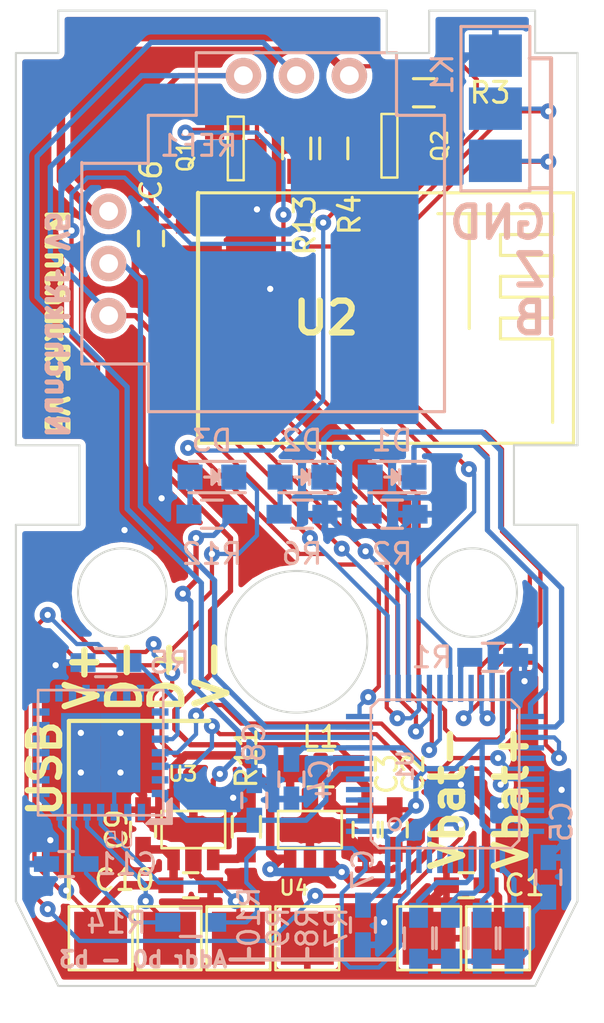
<source format=kicad_pcb>
(kicad_pcb (version 4) (host pcbnew "(2015-08-21 BZR 6112)-product")
  (layers (0 F.Cu signal) (31 B.Cu signal) (34 B.Paste user) (35 F.Paste user) (36 B.SilkS user) (37 F.SilkS user) (38 B.Mask user) (39 F.Mask user) (44 Edge.Cuts user))
  (net 0 "")
  (net 1 +BATT)
  (net 2 ADDR_SEL0)
  (net 3 ADDR_SEL1)
  (net 4 ADDR_SEL2)
  (net 5 ADDR_SEL3)
  (net 6 BOOT0)
  (net 7 CHUK_BT_C)
  (net 8 CHUK_BT_Z)
  (net 9 CHUK_P1_C)
  (net 10 CHUK_P2_C)
  (net 11 CHUK_P_GND)
  (net 12 GND)
  (net 13 NRF_CE)
  (net 14 NRF_CSN)
  (net 15 NRF_IRQ)
  (net 16 NRF_MISO)
  (net 17 NRF_MOSI)
  (net 18 NRF_SCK)
  (net 19 RESET)
  (net 20 RX_BOOT)
  (net 21 TX_BOOT)
  (net 22 VCC)
  (net 23 V_IN)
  (net 24 "Net-(D1-Pad2)")
  (net 25 "Net-(D1-Pad1)")
  (net 26 "Net-(D2-Pad2)")
  (net 27 "Net-(D2-Pad1)")
  (net 28 "Net-(D3-Pad2)")
  (net 29 "Net-(L1-Pad1)")
  (net 30 "Net-(P3-Pad1)")
  (net 31 "Net-(P6-Pad1)")
  (net 32 "Net-(R1-Pad1)")
  (net 33 "Net-(R11-Pad1)")
  (net 34 "Net-(R12-Pad2)")
  (net 35 BATT_MEASURE_ON)
  (net 36 "Net-(Q1-PadD)")
  (net 37 "Net-(Q2-PadD)")
  (net 38 BATT_MEASURE)
  (net 39 CP2102_ON)
  (net 40 "Net-(R14-Pad2)")
  (module Resistors_SMD:R_0603_HandSoldering (layer B.Cu) (at 238.76 75.692)
    (fp_text reference R1 (at -2.921 0) (layer B.SilkS) (effects (justify mirror)))
    (fp_text value 2k hide)
    (pad 1 smd rect (at -1.1 0) (size 1.2 0.9) (layers B.Cu B.Paste B.Mask) (net 32 "Net-(R1-Pad1)"))
    (pad 2 smd rect (at 1.1 0) (size 1.2 0.9) (layers B.Cu B.Paste B.Mask) (net 12 GND))
  )
  (module CRF1:chuk_stick_2 (layer B.Cu) (at 229.34676 56.80964 180)
    (fp_text reference REF1 (at 4.68376 5.62864 180) (layer B.SilkS) (effects (justify mirror)))
    (fp_text value CHUK_STICK hide)
    (pad 2 thru_hole circle (at 0 8.988 180) (size 1.7 1.7) (drill 0.9) (layers *.Cu *.Mask B.SilkS) (net 9 CHUK_P1_C))
    (pad 1 thru_hole circle (at -2.54 8.988 180) (size 1.7 1.7) (drill 0.9) (layers *.Cu *.Mask B.SilkS) (net 11 CHUK_P_GND))
    (pad 3 thru_hole circle (at 2.54 8.988 180) (size 1.7 1.7) (drill 0.9) (layers *.Cu *.Mask B.SilkS) (net 22 VCC))
    (pad 4 thru_hole circle (at 9 2.488 180) (size 1.7 1.7) (drill 0.9) (layers *.Cu *.Mask B.SilkS) (net 11 CHUK_P_GND))
    (pad 5 thru_hole circle (at 9 -0.012 180) (size 1.7 1.7) (drill 0.9) (layers *.Cu *.Mask B.SilkS) (net 10 CHUK_P2_C))
    (pad 6 thru_hole circle (at 9 -2.512 180) (size 1.7 1.7) (drill 0.9) (layers *.Cu *.Mask B.SilkS) (net 22 VCC))
  )
  (module Capacitors_SMD:C_0603_HandSoldering (layer F.Cu) (at 237.49 86.614 180)
    (fp_text reference C1 (at -2.794 0 180) (layer F.SilkS))
    (fp_text value 10u hide)
    (pad 1 smd rect (at -0.95 0 180) (size 1.2 0.75) (layers F.Cu F.Paste F.Mask) (net 1 +BATT))
    (pad 2 smd rect (at 0.95 0 180) (size 1.2 0.75) (layers F.Cu F.Paste F.Mask) (net 12 GND))
  )
  (module Capacitors_SMD:C_0603_HandSoldering (layer F.Cu) (at 234.061 83.947 270)
    (fp_text reference C2 (at -2.667 -0.889 270) (layer F.SilkS))
    (fp_text value 10u/6.3V hide)
    (pad 1 smd rect (at -0.95 0 270) (size 1.2 0.75) (layers F.Cu F.Paste F.Mask) (net 22 VCC))
    (pad 2 smd rect (at 0.95 0 270) (size 1.2 0.75) (layers F.Cu F.Paste F.Mask) (net 12 GND))
  )
  (module Capacitors_SMD:C_0603_HandSoldering (layer F.Cu) (at 232.664 83.947 90)
    (fp_text reference C3 (at 2.667 1.016 90) (layer F.SilkS))
    (fp_text value 2.2u hide)
    (pad 1 smd rect (at -0.95 0 90) (size 1.2 0.75) (layers F.Cu F.Paste F.Mask) (net 12 GND))
    (pad 2 smd rect (at 0.95 0 90) (size 1.2 0.75) (layers F.Cu F.Paste F.Mask) (net 22 VCC))
  )
  (module Capacitors_SMD:C_0603_HandSoldering (layer B.Cu) (at 229.108 81.534 90)
    (fp_text reference C4 (at 0 1.397 90) (layer B.SilkS) (effects (justify mirror)))
    (fp_text value 2.2u hide)
    (pad 1 smd rect (at -0.95 0 90) (size 1.2 0.75) (layers B.Cu B.Paste B.Mask) (net 12 GND))
    (pad 2 smd rect (at 0.95 0 90) (size 1.2 0.75) (layers B.Cu B.Paste B.Mask) (net 22 VCC))
  )
  (module Capacitors_SMD:C_0603_HandSoldering (layer B.Cu) (at 241.427 86.233 270)
    (fp_text reference C5 (at -2.667 -0.635 270) (layer B.SilkS) (effects (justify mirror)))
    (fp_text value 2.2u hide)
    (pad 1 smd rect (at -0.95 0 270) (size 1.2 0.75) (layers B.Cu B.Paste B.Mask) (net 12 GND))
    (pad 2 smd rect (at 0.95 0 270) (size 1.2 0.75) (layers B.Cu B.Paste B.Mask) (net 22 VCC))
  )
  (module Capacitors_SMD:C_0603_HandSoldering (layer F.Cu) (at 222.377 55.626 90)
    (fp_text reference C6 (at 2.794 0 90) (layer F.SilkS))
    (fp_text value 2.2u hide)
    (pad 1 smd rect (at -0.95 0 90) (size 1.2 0.75) (layers F.Cu F.Paste F.Mask) (net 12 GND))
    (pad 2 smd rect (at 0.95 0 90) (size 1.2 0.75) (layers F.Cu F.Paste F.Mask) (net 22 VCC))
  )
  (module Capacitors_SMD:C_0603_HandSoldering (layer B.Cu) (at 232.537 88.519 90)
    (fp_text reference C7 (at 2.667 0 90) (layer B.SilkS) (effects (justify mirror)))
    (fp_text value 2.2u hide)
    (pad 1 smd rect (at -0.95 0 90) (size 1.2 0.75) (layers B.Cu B.Paste B.Mask) (net 12 GND))
    (pad 2 smd rect (at 0.95 0 90) (size 1.2 0.75) (layers B.Cu B.Paste B.Mask) (net 22 VCC))
  )
  (module Capacitors_SMD:C_0603_HandSoldering (layer B.Cu) (at 227.33 82.55 270)
    (fp_text reference C8 (at -2.794 0 270) (layer B.SilkS) (effects (justify mirror)))
    (fp_text value 100n hide)
    (pad 1 smd rect (at -0.95 0 270) (size 1.2 0.75) (layers B.Cu B.Paste B.Mask) (net 12 GND))
    (pad 2 smd rect (at 0.95 0 270) (size 1.2 0.75) (layers B.Cu B.Paste B.Mask) (net 19 RESET))
  )
  (module Capacitors_SMD:C_0603_HandSoldering (layer F.Cu) (at 221.996 83.947 90)
    (fp_text reference C9 (at 0 -1.27 90) (layer F.SilkS))
    (fp_text value 10u hide)
    (pad 1 smd rect (at -0.95 0 90) (size 1.2 0.75) (layers F.Cu F.Paste F.Mask) (net 23 V_IN))
    (pad 2 smd rect (at 0.95 0 90) (size 1.2 0.75) (layers F.Cu F.Paste F.Mask) (net 12 GND))
  )
  (module Capacitors_SMD:C_0603_HandSoldering (layer F.Cu) (at 224.282 86.614 180)
    (fp_text reference C10 (at 3.175 0.254 180) (layer F.SilkS))
    (fp_text value 2.2u hide)
    (pad 1 smd rect (at -0.95 0 180) (size 1.2 0.75) (layers F.Cu F.Paste F.Mask) (net 12 GND))
    (pad 2 smd rect (at 0.95 0 180) (size 1.2 0.75) (layers F.Cu F.Paste F.Mask) (net 23 V_IN))
  )
  (module Capacitors_SMD:C_0603_HandSoldering (layer B.Cu) (at 218.313 85.598)
    (fp_text reference C11 (at 2.921 0) (layer B.SilkS) (effects (justify mirror)))
    (fp_text value 2.2u hide)
    (pad 1 smd rect (at -0.95 0) (size 1.2 0.75) (layers B.Cu B.Paste B.Mask) (net 12 GND))
    (pad 2 smd rect (at 0.95 0) (size 1.2 0.75) (layers B.Cu B.Paste B.Mask) (net 39 CP2102_ON))
  )
  (module LEDs:LED-0805 (layer B.Cu) (at 233.934 67.056 180)
    (fp_text reference D1 (at 0 1.75 180) (layer B.SilkS) (effects (justify mirror)))
    (fp_text value LED hide)
    (pad 2 smd rect (at 1.04902 0) (size 1.19888 1.19888) (layers B.Cu B.Paste B.Mask) (net 24 "Net-(D1-Pad2)"))
    (pad 1 smd rect (at -1.04902 0) (size 1.19888 1.19888) (layers B.Cu B.Paste B.Mask) (net 25 "Net-(D1-Pad1)"))
  )
  (module LEDs:LED-0805 (layer B.Cu) (at 229.616 67.056 180)
    (fp_text reference D2 (at 0 1.75 180) (layer B.SilkS) (effects (justify mirror)))
    (fp_text value LED hide)
    (pad 2 smd rect (at 1.04902 0) (size 1.19888 1.19888) (layers B.Cu B.Paste B.Mask) (net 26 "Net-(D2-Pad2)"))
    (pad 1 smd rect (at -1.04902 0) (size 1.19888 1.19888) (layers B.Cu B.Paste B.Mask) (net 27 "Net-(D2-Pad1)"))
  )
  (module LEDs:LED-0805 (layer B.Cu) (at 225.298 67.056 180)
    (fp_text reference D3 (at 0 1.75 180) (layer B.SilkS) (effects (justify mirror)))
    (fp_text value LED hide)
    (pad 2 smd rect (at 1.04902 0) (size 1.19888 1.19888) (layers B.Cu B.Paste B.Mask) (net 28 "Net-(D3-Pad2)"))
    (pad 1 smd rect (at -1.04902 0) (size 1.19888 1.19888) (layers B.Cu B.Paste B.Mask) (net 23 V_IN))
  )
  (module Resistors_SMD:R_0805_HandSoldering (layer F.Cu) (at 230.505 81.026)
    (fp_text reference L1 (at 0 -1.524) (layer F.SilkS))
    (fp_text value 2.2uH hide)
    (pad 1 smd rect (at -1.35 0) (size 1.5 1.3) (layers F.Cu F.Paste F.Mask) (net 29 "Net-(L1-Pad1)"))
    (pad 2 smd rect (at 1.35 0) (size 1.5 1.3) (layers F.Cu F.Paste F.Mask) (net 22 VCC))
  )
  (module Resistors_SMD:R_0603_HandSoldering (layer B.Cu) (at 233.934 68.834)
    (fp_text reference R2 (at 0 1.9) (layer B.SilkS) (effects (justify mirror)))
    (fp_text value 1k hide)
    (pad 1 smd rect (at -1.1 0) (size 1.2 0.9) (layers B.Cu B.Paste B.Mask) (net 24 "Net-(D1-Pad2)"))
    (pad 2 smd rect (at 1.1 0) (size 1.2 0.9) (layers B.Cu B.Paste B.Mask) (net 12 GND))
  )
  (module Resistors_SMD:R_0603_HandSoldering (layer B.Cu) (at 220.218 75.946 180)
    (fp_text reference R5 (at -3.048 0 180) (layer B.SilkS) (effects (justify mirror)))
    (fp_text value 2k hide)
    (pad 1 smd rect (at -1.1 0 180) (size 1.2 0.9) (layers B.Cu B.Paste B.Mask) (net 6 BOOT0))
    (pad 2 smd rect (at 1.1 0 180) (size 1.2 0.9) (layers B.Cu B.Paste B.Mask) (net 12 GND))
  )
  (module Resistors_SMD:R_0603_HandSoldering (layer B.Cu) (at 229.616 68.834)
    (fp_text reference R6 (at 0 1.9) (layer B.SilkS) (effects (justify mirror)))
    (fp_text value 1k hide)
    (pad 1 smd rect (at -1.1 0) (size 1.2 0.9) (layers B.Cu B.Paste B.Mask) (net 26 "Net-(D2-Pad2)"))
    (pad 2 smd rect (at 1.1 0) (size 1.2 0.9) (layers B.Cu B.Paste B.Mask) (net 12 GND))
  )
  (module Resistors_SMD:R_0603_HandSoldering (layer B.Cu) (at 239.776 89.154 90)
    (fp_text reference R7 (at 0.508 -8.509 90) (layer B.SilkS) (effects (justify mirror)))
    (fp_text value 1k hide)
    (pad 1 smd rect (at -1.1 0 90) (size 1.2 0.9) (layers B.Cu B.Paste B.Mask) (net 22 VCC))
    (pad 2 smd rect (at 1.1 0 90) (size 1.2 0.9) (layers B.Cu B.Paste B.Mask) (net 2 ADDR_SEL0))
  )
  (module Resistors_SMD:R_0603_HandSoldering (layer B.Cu) (at 238.252 89.154 90)
    (fp_text reference R8 (at 0.508 -8.382 90) (layer B.SilkS) (effects (justify mirror)))
    (fp_text value 1k hide)
    (pad 1 smd rect (at -1.1 0 90) (size 1.2 0.9) (layers B.Cu B.Paste B.Mask) (net 22 VCC))
    (pad 2 smd rect (at 1.1 0 90) (size 1.2 0.9) (layers B.Cu B.Paste B.Mask) (net 3 ADDR_SEL1))
  )
  (module Resistors_SMD:R_0603_HandSoldering (layer B.Cu) (at 236.728 89.154 90)
    (fp_text reference R9 (at 0.508 -8.255 90) (layer B.SilkS) (effects (justify mirror)))
    (fp_text value 1k hide)
    (pad 1 smd rect (at -1.1 0 90) (size 1.2 0.9) (layers B.Cu B.Paste B.Mask) (net 22 VCC))
    (pad 2 smd rect (at 1.1 0 90) (size 1.2 0.9) (layers B.Cu B.Paste B.Mask) (net 4 ADDR_SEL2))
  )
  (module Resistors_SMD:R_0603_HandSoldering (layer B.Cu) (at 235.204 89.154 90)
    (fp_text reference R10 (at 1.016 -8.128 90) (layer B.SilkS) (effects (justify mirror)))
    (fp_text value 1k hide)
    (pad 1 smd rect (at -1.1 0 90) (size 1.2 0.9) (layers B.Cu B.Paste B.Mask) (net 22 VCC))
    (pad 2 smd rect (at 1.1 0 90) (size 1.2 0.9) (layers B.Cu B.Paste B.Mask) (net 5 ADDR_SEL3))
  )
  (module Resistors_SMD:R_0603_HandSoldering (layer F.Cu) (at 226.949 83.82 90)
    (fp_text reference R11 (at 3.302 0 90) (layer F.SilkS))
    (fp_text value 2K hide)
    (pad 1 smd rect (at -1.1 0 90) (size 1.2 0.9) (layers F.Cu F.Paste F.Mask) (net 33 "Net-(R11-Pad1)"))
    (pad 2 smd rect (at 1.1 0 90) (size 1.2 0.9) (layers F.Cu F.Paste F.Mask) (net 12 GND))
  )
  (module Resistors_SMD:R_0603_HandSoldering (layer B.Cu) (at 225.298 68.834)
    (fp_text reference R12 (at 0 1.9) (layer B.SilkS) (effects (justify mirror)))
    (fp_text value 470 hide)
    (pad 1 smd rect (at -1.1 0) (size 1.2 0.9) (layers B.Cu B.Paste B.Mask) (net 28 "Net-(D3-Pad2)"))
    (pad 2 smd rect (at 1.1 0) (size 1.2 0.9) (layers B.Cu B.Paste B.Mask) (net 34 "Net-(R12-Pad2)"))
  )
  (module CRF1:lqfp48_pad_mod (layer B.Cu) (at 236.474 81.28 90)
    (fp_text reference U1 (at 0.381 -1.905 90) (layer B.SilkS) (effects (font (size 0.7493 0.7493) (thickness 0.14986)) (justify mirror)))
    (fp_text value STM32F100C6 hide)
    (pad 4 smd rect (at -1.24968 -4.09956 90) (size 0.254 1.30048) (layers B.Cu B.Paste B.Mask))
    (pad 5 smd rect (at -0.7493 -4.09956 90) (size 0.254 1.30048) (layers B.Cu B.Paste B.Mask))
    (pad 6 smd rect (at -0.24892 -4.09956 90) (size 0.254 1.30048) (layers B.Cu B.Paste B.Mask))
    (pad 7 smd rect (at 0.24892 -4.09956 90) (size 0.254 1.30048) (layers B.Cu B.Paste B.Mask) (net 19 RESET))
    (pad 8 smd rect (at 0.7493 -4.09956 90) (size 0.254 1.30048) (layers B.Cu B.Paste B.Mask) (net 12 GND))
    (pad 1 smd rect (at -2.75082 -4.09956 90) (size 0.254 1.30048) (layers B.Cu B.Paste B.Mask) (net 22 VCC))
    (pad 2 smd rect (at -2.25044 -4.09956 90) (size 0.254 1.30048) (layers B.Cu B.Paste B.Mask))
    (pad 3 smd rect (at -1.75006 -4.09956 90) (size 0.254 1.30048) (layers B.Cu B.Paste B.Mask))
    (pad 13 smd rect (at 4.09956 -2.75082 90) (size 1.30048 0.254) (layers B.Cu B.Paste B.Mask) (net 15 NRF_IRQ))
    (pad 14 smd rect (at 4.09956 -2.25044 90) (size 1.30048 0.254) (layers B.Cu B.Paste B.Mask) (net 16 NRF_MISO))
    (pad 15 smd rect (at 4.09956 -1.75006 90) (size 1.30048 0.254) (layers B.Cu B.Paste B.Mask) (net 17 NRF_MOSI))
    (pad 16 smd rect (at 4.09956 -1.24968 90) (size 1.30048 0.254) (layers B.Cu B.Paste B.Mask) (net 18 NRF_SCK))
    (pad 17 smd rect (at 4.09956 -0.7493 90) (size 1.30048 0.254) (layers B.Cu B.Paste B.Mask) (net 14 NRF_CSN))
    (pad 18 smd rect (at 4.09956 -0.24892 90) (size 1.30048 0.254) (layers B.Cu B.Paste B.Mask) (net 13 NRF_CE))
    (pad 19 smd rect (at 4.09956 0.24892 90) (size 1.30048 0.254) (layers B.Cu B.Paste B.Mask) (net 11 CHUK_P_GND))
    (pad 20 smd rect (at 4.09956 0.7493 90) (size 1.30048 0.254) (layers B.Cu B.Paste B.Mask) (net 32 "Net-(R1-Pad1)"))
    (pad 25 smd rect (at 2.75082 4.09956 90) (size 0.254 1.30048) (layers B.Cu B.Paste B.Mask) (net 25 "Net-(D1-Pad1)"))
    (pad 26 smd rect (at 2.25044 4.09956 90) (size 0.254 1.30048) (layers B.Cu B.Paste B.Mask) (net 27 "Net-(D2-Pad1)"))
    (pad 27 smd rect (at 1.75006 4.09956 90) (size 0.254 1.30048) (layers B.Cu B.Paste B.Mask) (net 35 BATT_MEASURE_ON))
    (pad 28 smd rect (at 1.24968 4.09956 90) (size 0.254 1.30048) (layers B.Cu B.Paste B.Mask))
    (pad 29 smd rect (at 0.7493 4.09956 90) (size 0.254 1.30048) (layers B.Cu B.Paste B.Mask))
    (pad 30 smd rect (at 0.24892 4.09956 90) (size 0.254 1.30048) (layers B.Cu B.Paste B.Mask) (net 21 TX_BOOT))
    (pad 31 smd rect (at -0.24892 4.09956 90) (size 0.254 1.30048) (layers B.Cu B.Paste B.Mask) (net 20 RX_BOOT))
    (pad 32 smd rect (at -0.7493 4.09956 90) (size 0.254 1.30048) (layers B.Cu B.Paste B.Mask))
    (pad 37 smd rect (at -4.09956 2.75082 90) (size 1.30048 0.254) (layers B.Cu B.Paste B.Mask) (net 2 ADDR_SEL0))
    (pad 38 smd rect (at -4.09956 2.25044 90) (size 1.30048 0.254) (layers B.Cu B.Paste B.Mask) (net 3 ADDR_SEL1))
    (pad 39 smd rect (at -4.09956 1.75006 90) (size 1.30048 0.254) (layers B.Cu B.Paste B.Mask) (net 4 ADDR_SEL2))
    (pad 40 smd rect (at -4.09956 1.24968 90) (size 1.30048 0.254) (layers B.Cu B.Paste B.Mask) (net 5 ADDR_SEL3))
    (pad 41 smd rect (at -4.09956 0.7493 90) (size 1.30048 0.254) (layers B.Cu B.Paste B.Mask))
    (pad 42 smd rect (at -4.09956 0.24892 90) (size 1.30048 0.254) (layers B.Cu B.Paste B.Mask))
    (pad 43 smd rect (at -4.09956 -0.24892 90) (size 1.30048 0.254) (layers B.Cu B.Paste B.Mask))
    (pad 44 smd rect (at -4.09956 -0.7493 90) (size 1.30048 0.254) (layers B.Cu B.Paste B.Mask) (net 6 BOOT0))
    (pad 9 smd rect (at 1.24968 -4.09956 90) (size 0.254 1.30048) (layers B.Cu B.Paste B.Mask) (net 22 VCC))
    (pad 10 smd rect (at 1.75006 -4.09956 90) (size 0.254 1.30048) (layers B.Cu B.Paste B.Mask) (net 9 CHUK_P1_C))
    (pad 11 smd rect (at 2.25044 -4.09956 90) (size 0.254 1.30048) (layers B.Cu B.Paste B.Mask) (net 10 CHUK_P2_C))
    (pad 12 smd rect (at 2.75082 -4.09956 90) (size 0.254 1.30048) (layers B.Cu B.Paste B.Mask) (net 38 BATT_MEASURE))
    (pad 21 smd rect (at 4.09956 1.24968 90) (size 1.30048 0.254) (layers B.Cu B.Paste B.Mask) (net 8 CHUK_BT_Z))
    (pad 22 smd rect (at 4.09956 1.75006 90) (size 1.30048 0.254) (layers B.Cu B.Paste B.Mask) (net 7 CHUK_BT_C))
    (pad 23 smd rect (at 4.09956 2.25044 90) (size 1.30048 0.254) (layers B.Cu B.Paste B.Mask) (net 12 GND))
    (pad 24 smd rect (at 4.09956 2.75082 90) (size 1.30048 0.254) (layers B.Cu B.Paste B.Mask) (net 22 VCC))
    (pad 33 smd rect (at -1.24968 4.09956 90) (size 0.254 1.30048) (layers B.Cu B.Paste B.Mask))
    (pad 34 smd rect (at -1.75006 4.09956 90) (size 0.254 1.30048) (layers B.Cu B.Paste B.Mask))
    (pad 35 smd rect (at -2.25044 4.09956 90) (size 0.254 1.30048) (layers B.Cu B.Paste B.Mask) (net 12 GND))
    (pad 36 smd rect (at -2.75082 4.09956 90) (size 0.254 1.30048) (layers B.Cu B.Paste B.Mask) (net 22 VCC))
    (pad 45 smd rect (at -4.09956 -1.24968 90) (size 1.30048 0.254) (layers B.Cu B.Paste B.Mask))
    (pad 46 smd rect (at -4.09956 -1.75006 90) (size 1.30048 0.254) (layers B.Cu B.Paste B.Mask) (net 40 "Net-(R14-Pad2)"))
    (pad 47 smd rect (at -4.09956 -2.25044 90) (size 1.30048 0.254) (layers B.Cu B.Paste B.Mask) (net 12 GND))
    (pad 48 smd rect (at -4.09956 -2.75082 90) (size 1.30048 0.254) (layers B.Cu B.Paste B.Mask) (net 22 VCC))
  )
  (module CRF1:NRF24L01_SMD (layer F.Cu) (at 230.632 59.436)
    (fp_text reference U2 (at 0.127 0) (layer F.SilkS) (effects (font (thickness 0.3048))))
    (fp_text value NRF24L01_SMD hide)
    (pad 1 smd rect (at -5.96 -4.4) (size 2.2 0.7) (layers F.Cu F.Paste F.Mask) (net 22 VCC))
    (pad 2 smd rect (at -5.96 -3.13) (size 2.2 0.7) (layers F.Cu F.Paste F.Mask) (net 12 GND))
    (pad 3 smd rect (at -5.96 -1.86) (size 2.2 0.7) (layers F.Cu F.Paste F.Mask) (net 13 NRF_CE))
    (pad 4 smd rect (at -5.96 -0.59) (size 2.2 0.7) (layers F.Cu F.Paste F.Mask) (net 14 NRF_CSN))
    (pad 5 smd rect (at -5.96 0.68) (size 2.2 0.7) (layers F.Cu F.Paste F.Mask) (net 18 NRF_SCK))
    (pad 6 smd rect (at -5.96 1.95) (size 2.2 0.7) (layers F.Cu F.Paste F.Mask) (net 17 NRF_MOSI))
    (pad 7 smd rect (at -5.96 3.22) (size 2.2 0.7) (layers F.Cu F.Paste F.Mask) (net 16 NRF_MISO))
    (pad 8 smd rect (at -5.96 4.49) (size 2.2 0.7) (layers F.Cu F.Paste F.Mask) (net 15 NRF_IRQ))
  )
  (module CRF1:SOT23-5 (layer F.Cu) (at 224.409 83.947 180)
    (fp_text reference U3 (at 0.508 2.667 360) (layer F.SilkS) (effects (font (size 0.7 0.7) (thickness 0.127))))
    (fp_text value MCP73831 hide)
    (pad 1 smd rect (at -0.95 1.4 180) (size 0.6 1.1) (layers F.Cu F.Paste F.Mask) (net 34 "Net-(R12-Pad2)"))
    (pad 3 smd rect (at 0.95 1.4 180) (size 0.6 1.1) (layers F.Cu F.Paste F.Mask) (net 1 +BATT))
    (pad 5 smd rect (at -0.95 -1.4 180) (size 0.6 1.1) (layers F.Cu F.Paste F.Mask) (net 33 "Net-(R11-Pad1)"))
    (pad 2 smd rect (at 0 1.4 180) (size 0.6 1.1) (layers F.Cu F.Paste F.Mask) (net 12 GND))
    (pad 4 smd rect (at 0.95 -1.4 180) (size 0.6 1.1) (layers F.Cu F.Paste F.Mask) (net 23 V_IN))
  )
  (module CRF1:SOT23-5 (layer F.Cu) (at 229.997 83.947)
    (fp_text reference U4 (at -0.762 2.794 180) (layer F.SilkS) (effects (font (size 0.7 0.7) (thickness 0.127))))
    (fp_text value LM3671 hide)
    (pad 1 smd rect (at -0.95 1.4) (size 0.6 1.1) (layers F.Cu F.Paste F.Mask) (net 1 +BATT))
    (pad 3 smd rect (at 0.95 1.4) (size 0.6 1.1) (layers F.Cu F.Paste F.Mask) (net 1 +BATT))
    (pad 5 smd rect (at -0.95 -1.4) (size 0.6 1.1) (layers F.Cu F.Paste F.Mask) (net 29 "Net-(L1-Pad1)"))
    (pad 2 smd rect (at 0 1.4) (size 0.6 1.1) (layers F.Cu F.Paste F.Mask) (net 12 GND))
    (pad 4 smd rect (at 0.95 -1.4) (size 0.6 1.1) (layers F.Cu F.Paste F.Mask) (net 22 VCC))
  )
  (module w_smd_qfn:qfn-28 (layer B.Cu) (at 219.964 80.264 180)
    (fp_text reference U5 (at -0.889 -4.191 180) (layer B.SilkS) (effects (font (size 0.762 0.762) (thickness 0.07874)) (justify mirror)))
    (fp_text value CP2102 hide)
    (pad 2 smd rect (at -1.30048 -2.84988 180) (size 0.35052 0.8001) (layers B.Cu B.Paste B.Mask))
    (pad 3 smd rect (at -0.65024 -2.84988 180) (size 0.35052 0.8001) (layers B.Cu B.Paste B.Mask) (net 12 GND))
    (pad 4 smd rect (at 0 -2.84988 180) (size 0.35052 0.8001) (layers B.Cu B.Paste B.Mask) (net 31 "Net-(P6-Pad1)"))
    (pad 5 smd rect (at 0.65024 -2.84988 180) (size 0.35052 0.8001) (layers B.Cu B.Paste B.Mask) (net 30 "Net-(P3-Pad1)"))
    (pad 8 smd rect (at 2.85242 -1.95072 180) (size 0.8001 0.35052) (layers B.Cu B.Paste B.Mask) (net 23 V_IN))
    (pad 9 smd rect (at 2.85242 -1.30048 180) (size 0.8001 0.35052) (layers B.Cu B.Paste B.Mask))
    (pad 10 smd rect (at 2.85242 -0.65024 180) (size 0.8001 0.35052) (layers B.Cu B.Paste B.Mask))
    (pad 11 smd rect (at 2.85242 0 180) (size 0.8001 0.35052) (layers B.Cu B.Paste B.Mask))
    (pad 12 smd rect (at 2.85242 0.65024 180) (size 0.8001 0.35052) (layers B.Cu B.Paste B.Mask))
    (pad 13 smd rect (at 2.85242 1.30048 180) (size 0.8001 0.35052) (layers B.Cu B.Paste B.Mask))
    (pad 14 smd rect (at 2.85242 1.95072 180) (size 0.8001 0.35052) (layers B.Cu B.Paste B.Mask))
    (pad 1 smd rect (at -1.95072 -2.84988 180) (size 0.35052 0.8001) (layers B.Cu B.Paste B.Mask))
    (pad 29 smd rect (at 0.94996 -0.94996 180) (size 1.89992 1.89992) (layers B.Cu B.Paste B.Mask) (net 12 GND))
    (pad 29 smd rect (at -0.94996 -0.94996 180) (size 1.89992 1.89992) (layers B.Cu B.Paste B.Mask) (net 12 GND))
    (pad 29 smd rect (at -0.94996 0.94996 180) (size 1.89992 1.89992) (layers B.Cu B.Paste B.Mask) (net 12 GND))
    (pad 29 smd rect (at 0.94996 0.94996 180) (size 1.89992 1.89992) (layers B.Cu B.Paste B.Mask) (net 12 GND))
    (pad 15 smd rect (at 2.00152 2.85242 180) (size 0.35052 0.8001) (layers B.Cu B.Paste B.Mask))
    (pad 16 smd rect (at 1.35128 2.85242 180) (size 0.35052 0.8001) (layers B.Cu B.Paste B.Mask))
    (pad 17 smd rect (at 0.70104 2.85242 180) (size 0.35052 0.8001) (layers B.Cu B.Paste B.Mask))
    (pad 18 smd rect (at 0 2.85242 180) (size 0.35052 0.8001) (layers B.Cu B.Paste B.Mask))
    (pad 19 smd rect (at -0.59944 2.85242 180) (size 0.35052 0.8001) (layers B.Cu B.Paste B.Mask))
    (pad 20 smd rect (at -1.24968 2.85242 180) (size 0.35052 0.8001) (layers B.Cu B.Paste B.Mask))
    (pad 21 smd rect (at -1.89992 2.85242 180) (size 0.35052 0.8001) (layers B.Cu B.Paste B.Mask))
    (pad 22 smd rect (at -2.84988 1.95072 180) (size 0.8001 0.35052) (layers B.Cu B.Paste B.Mask))
    (pad 23 smd rect (at -2.84988 1.30048 180) (size 0.8001 0.35052) (layers B.Cu B.Paste B.Mask))
    (pad 24 smd rect (at -2.84988 0.65024 180) (size 0.8001 0.35052) (layers B.Cu B.Paste B.Mask) (net 6 BOOT0))
    (pad 25 smd rect (at -2.84988 0 180) (size 0.8001 0.35052) (layers B.Cu B.Paste B.Mask) (net 21 TX_BOOT))
    (pad 26 smd rect (at -2.84988 -0.65024 180) (size 0.8001 0.35052) (layers B.Cu B.Paste B.Mask) (net 20 RX_BOOT))
    (pad 27 smd rect (at -2.84988 -1.30048 180) (size 0.8001 0.35052) (layers B.Cu B.Paste B.Mask))
    (pad 28 smd rect (at -2.84988 -1.95072 180) (size 0.8001 0.35052) (layers B.Cu B.Paste B.Mask) (net 19 RESET))
    (pad 6 smd rect (at 1.30048 -2.84988 180) (size 0.35052 0.8001) (layers B.Cu B.Paste B.Mask) (net 39 CP2102_ON))
    (pad 7 smd rect (at 1.95072 -2.84988 180) (size 0.35052 0.8001) (layers B.Cu B.Paste B.Mask) (net 23 V_IN))
  )
  (module CRF1:1PAD_Small (layer F.Cu) (at 219.964 89.154)
    (fp_text reference P1 hide)
    (fp_text value V+ (at -0.889 -12.573 90) (layer F.SilkS) (effects (font (thickness 0.3048))))
    (pad 1 connect rect (at 0 0) (size 2.54 2.54) (layers F.Cu F.Mask) (net 23 V_IN))
  )
  (module CRF1:1PAD_Small (layer F.Cu) (at 229.87 89.154)
    (fp_text reference P2 hide)
    (fp_text value V- (at -4.572 -12.7 270) (layer F.SilkS) (effects (font (thickness 0.3048))))
    (pad 1 connect rect (at 0 0) (size 2.54 2.54) (layers F.Cu F.Mask) (net 12 GND))
  )
  (module CRF1:1PAD_Small (layer F.Cu) (at 223.266 89.154)
    (fp_text reference P3 hide)
    (fp_text value D- (at -2.159 -12.573 90) (layer F.SilkS) (effects (font (thickness 0.3048))))
    (pad 1 connect rect (at 0 0) (size 2.54 2.54) (layers F.Cu F.Mask) (net 30 "Net-(P3-Pad1)"))
  )
  (module CRF1:1PAD_Small (layer F.Cu) (at 235.712 89.154)
    (fp_text reference P4 hide)
    (fp_text value Vbat- (at 0.889 -6.731 90) (layer F.SilkS) (effects (font (thickness 0.3048))))
    (pad 1 connect rect (at 0 0) (size 2.54 2.54) (layers F.Cu F.Mask) (net 12 GND))
  )
  (module CRF1:1PAD_Small (layer F.Cu) (at 239.014 89.154)
    (fp_text reference P5 hide)
    (fp_text value Vbat+ (at 0.635 -6.731 90) (layer F.SilkS) (effects (font (thickness 0.3048))))
    (pad 1 connect rect (at 0 0) (size 2.54 2.54) (layers F.Cu F.Mask) (net 1 +BATT))
  )
  (module CRF1:1PAD_Small (layer F.Cu) (at 226.568 89.154)
    (fp_text reference P6 hide)
    (fp_text value D+ (at -3.429 -12.573 90) (layer F.SilkS) (effects (font (thickness 0.3048))))
    (pad 1 connect rect (at 0 0) (size 2.54 2.54) (layers F.Cu F.Mask) (net 31 "Net-(P6-Pad1)"))
  )
  (module CRF1:CONN3_SMD (layer B.Cu) (at 238.887 49.403 270)
    (fp_text reference K1 (at -1.651 2.54 270) (layer B.SilkS) (effects (justify mirror)))
    (fp_text value Buttons hide)
    (pad 1 smd rect (at -2.54 0 270) (size 2.032 2.54) (layers B.Cu B.Paste B.Mask) (net 12 GND))
    (pad 2 smd rect (at 0 0 270) (size 2.032 2.54) (layers B.Cu B.Paste B.Mask) (net 8 CHUK_BT_Z))
    (pad 3 smd rect (at 2.5 0 270) (size 2.032 2.54) (layers B.Cu B.Paste B.Mask) (net 7 CHUK_BT_C))
  )
  (module CRF1:SOT23GDS (layer F.Cu) (at 226.441 51.308 90)
    (fp_text reference Q1 (at -0.381 -2.413 90) (layer F.SilkS) (effects (font (size 0.762 0.762) (thickness 0.12954))))
    (fp_text value MOSFET_N hide)
    (pad S smd rect (at -0.889 -1.016 90) (size 0.9144 0.9144) (layers F.Cu F.Paste F.Mask) (net 12 GND))
    (pad G smd rect (at 0.889 -1.016 90) (size 0.9144 0.9144) (layers F.Cu F.Paste F.Mask) (net 35 BATT_MEASURE_ON))
    (pad D smd rect (at 0 1.016 90) (size 0.9144 0.9144) (layers F.Cu F.Paste F.Mask) (net 36 "Net-(Q1-PadD)"))
  )
  (module CRF1:SOT23GDS (layer F.Cu) (at 233.807 51.181 90)
    (fp_text reference Q2 (at 0 2.413 90) (layer F.SilkS) (effects (font (size 0.762 0.762) (thickness 0.12954))))
    (fp_text value MOSFET_P hide)
    (pad S smd rect (at -0.889 -1.016 90) (size 0.9144 0.9144) (layers F.Cu F.Paste F.Mask) (net 1 +BATT))
    (pad G smd rect (at 0.889 -1.016 90) (size 0.9144 0.9144) (layers F.Cu F.Paste F.Mask) (net 36 "Net-(Q1-PadD)"))
    (pad D smd rect (at 0 1.016 90) (size 0.9144 0.9144) (layers F.Cu F.Paste F.Mask) (net 37 "Net-(Q2-PadD)"))
  )
  (module Resistors_SMD:R_0603_HandSoldering (layer F.Cu) (at 235.458 48.641 180)
    (fp_text reference R3 (at -3.175 0 180) (layer F.SilkS))
    (fp_text value 20k hide)
    (pad 1 smd rect (at -1.1 0 180) (size 1.2 0.9) (layers F.Cu F.Paste F.Mask) (net 1 +BATT))
    (pad 2 smd rect (at 1.1 0 180) (size 1.2 0.9) (layers F.Cu F.Paste F.Mask) (net 36 "Net-(Q1-PadD)"))
  )
  (module Resistors_SMD:R_0603_HandSoldering (layer F.Cu) (at 231.14 51.308 270)
    (fp_text reference R4 (at 3.175 -0.762 270) (layer F.SilkS))
    (fp_text value 20k hide)
    (pad 1 smd rect (at -1.1 0 270) (size 1.2 0.9) (layers F.Cu F.Paste F.Mask) (net 37 "Net-(Q2-PadD)"))
    (pad 2 smd rect (at 1.1 0 270) (size 1.2 0.9) (layers F.Cu F.Paste F.Mask) (net 38 BATT_MEASURE))
  )
  (module Resistors_SMD:R_0603_HandSoldering (layer F.Cu) (at 229.362 51.308 90)
    (fp_text reference R13 (at -3.683 0.381 90) (layer F.SilkS))
    (fp_text value 20k hide)
    (pad 1 smd rect (at -1.1 0 90) (size 1.2 0.9) (layers F.Cu F.Paste F.Mask) (net 38 BATT_MEASURE))
    (pad 2 smd rect (at 1.1 0 90) (size 1.2 0.9) (layers F.Cu F.Paste F.Mask) (net 12 GND))
  )
  (module Resistors_SMD:R_0603_HandSoldering (layer B.Cu) (at 224.282 88.392)
    (fp_text reference R14 (at -3.556 0.017001) (layer B.SilkS) (effects (justify mirror)))
    (fp_text value 2k hide)
    (pad 1 smd rect (at -1.1 0) (size 1.2 0.9) (layers B.Cu B.Paste B.Mask) (net 39 CP2102_ON))
    (pad 2 smd rect (at 1.1 0) (size 1.2 0.9) (layers B.Cu B.Paste B.Mask) (net 40 "Net-(R14-Pad2)"))
  )
  (gr_line (start 240.538 53.213) (end 241.554 53.213) (angle 90) (layer B.SilkS) (width 0.2))
  (gr_line (start 241.554 46.99) (end 240.538 46.99) (angle 90) (layer B.SilkS) (width 0.2))
  (gr_line (start 231.267 90.17) (end 231.267 89.662) (angle 90) (layer B.SilkS) (width 0.2))
  (gr_line (start 229.87 90.17) (end 229.87 89.662) (angle 90) (layer B.SilkS) (width 0.2))
  (gr_line (start 228.473 90.17) (end 228.473 89.662) (angle 90) (layer B.SilkS) (width 0.2))
  (gr_line (start 227.076 90.17) (end 227.076 89.662) (angle 90) (layer B.SilkS) (width 0.2))
  (gr_line (start 234.061 90.17) (end 226.187 90.17) (angle 90) (layer B.SilkS) (width 0.2))
  (gr_text USB (at 217.297 81.026 90) (layer F.SilkS) (effects (font (size 1.5 1.5) (thickness 0.3))))
  (gr_line (start 241.554 46.99) (end 241.554 60.198) (angle 90) (layer B.SilkS) (width 0.2))
  (gr_text "Addr b0 - b3" (at 221.996 90.17) (layer B.SilkS) (effects (font (size 0.762 0.762) (thickness 0.1778)) (justify mirror)))
  (gr_line (start 218.44 78.74) (end 225.171 78.74) (angle 90) (layer F.SilkS) (width 0.2))
  (gr_line (start 218.44 87.249) (end 218.44 78.74) (angle 90) (layer F.SilkS) (width 0.2))
  (gr_text B (at 240.538 59.436) (layer B.SilkS) (effects (font (size 1.5 1.5) (thickness 0.3)) (justify mirror)))
  (gr_text Z (at 240.538 57.15) (layer B.SilkS) (effects (font (size 1.5 1.5) (thickness 0.3)) (justify mirror)))
  (gr_text GND (at 239.014 54.864) (layer B.SilkS) (effects (font (size 1.5 1.5) (thickness 0.3)) (justify mirror)))
  (gr_line (start 242.824 65.532) (end 239.776 65.532) (angle 90) (layer Edge.Cuts) (width 0.1))
  (gr_text "NunchukRF V5" (at 217.84564 59.6519 270) (layer F.SilkS) (effects (font (size 1 1) (thickness 0.25))))
  (gr_text "NunchukRF V5" (at 217.84564 59.7408 270) (layer B.SilkS) (effects (font (size 1 1) (thickness 0.25)) (justify mirror)))
  (gr_circle (center 237.8 72.59) (end 239.3 74.09) (layer Edge.Cuts) (width 0.1))
  (gr_circle (center 221 72.59) (end 222.5 74.09) (layer Edge.Cuts) (width 0.1))
  (gr_circle (center 229.35 74.95) (end 231.75 77.35) (layer Edge.Cuts) (width 0.1))
  (gr_line (start 217.932 91.44) (end 240.792 91.44) (angle 90) (layer Edge.Cuts) (width 0.1))
  (gr_line (start 242.824 87.376) (end 240.792 91.44) (angle 90) (layer Edge.Cuts) (width 0.1))
  (gr_line (start 215.9 87.376) (end 217.932 91.44) (angle 90) (layer Edge.Cuts) (width 0.1))
  (gr_line (start 242.824 69.342) (end 242.824 87.376) (angle 90) (layer Edge.Cuts) (width 0.1))
  (gr_line (start 215.9 69.342) (end 215.9 87.376) (angle 90) (layer Edge.Cuts) (width 0.1))
  (gr_line (start 239.776 69.342) (end 242.824 69.342) (angle 90) (layer Edge.Cuts) (width 0.1))
  (gr_line (start 239.776 65.532) (end 239.776 69.342) (angle 90) (layer Edge.Cuts) (width 0.1))
  (gr_line (start 218.948 69.342) (end 215.9 69.342) (angle 90) (layer Edge.Cuts) (width 0.1))
  (gr_line (start 218.948 65.532) (end 218.948 69.342) (angle 90) (layer Edge.Cuts) (width 0.1))
  (gr_line (start 215.9 65.532) (end 218.948 65.532) (angle 90) (layer Edge.Cuts) (width 0.1))
  (gr_line (start 217.932 44.704) (end 233.68 44.704) (angle 90) (layer Edge.Cuts) (width 0.1))
  (gr_line (start 235.712 46.736) (end 235.712 44.704) (angle 90) (layer Edge.Cuts) (width 0.1))
  (gr_line (start 233.68 46.736) (end 235.712 46.736) (angle 90) (layer Edge.Cuts) (width 0.1))
  (gr_line (start 233.68 44.704) (end 233.68 46.736) (angle 90) (layer Edge.Cuts) (width 0.1))
  (gr_line (start 235.712 44.704) (end 240.792 44.704) (angle 90) (layer Edge.Cuts) (width 0.1))
  (gr_line (start 240.792 46.736) (end 240.792 44.704) (angle 90) (layer Edge.Cuts) (width 0.1))
  (gr_line (start 217.932 46.736) (end 217.932 44.704) (angle 90) (layer Edge.Cuts) (width 0.1))
  (gr_line (start 242.824 46.736) (end 240.792 46.736) (angle 90) (layer Edge.Cuts) (width 0.1))
  (gr_line (start 215.9 46.736) (end 217.932 46.736) (angle 90) (layer Edge.Cuts) (width 0.1))
  (gr_line (start 242.824 46.736) (end 242.824 65.532) (angle 90) (layer Edge.Cuts) (width 0.1))
  (gr_line (start 215.9 46.736) (end 215.9 65.532) (angle 90) (layer Edge.Cuts) (width 0.1))
  (segment (start 224.028 80.391) (end 223.52 80.391) (width 0.2032) (layer F.Cu) (net 1))
  (segment (start 223.52 80.391) (end 222.885 79.756) (width 0.2032) (layer F.Cu) (net 1))
  (segment (start 222.885 79.756) (end 222.885 77.724) (width 0.2032) (layer F.Cu) (net 1))
  (segment (start 222.885 77.724) (end 223.393 77.216) (width 0.2032) (layer F.Cu) (net 1))
  (segment (start 223.393 77.216) (end 223.393 76.454) (width 0.2032) (layer F.Cu) (net 1))
  (via (at 223.393 76.454) (size 0.762) (layers F.Cu B.Cu) (net 1))
  (segment (start 223.393 76.454) (end 222.504 75.565) (width 0.2032) (layer B.Cu) (net 1))
  (segment (start 222.504 75.565) (end 222.504 75.057) (width 0.2032) (layer B.Cu) (net 1))
  (via (at 222.504 75.057) (size 0.762) (layers F.Cu B.Cu) (net 1))
  (segment (start 222.504 75.057) (end 222.123 75.438) (width 0.2032) (layer F.Cu) (net 1))
  (segment (start 222.123 75.438) (end 219.71 75.438) (width 0.2032) (layer F.Cu) (net 1))
  (segment (start 219.71 75.438) (end 218.186 73.914) (width 0.2032) (layer F.Cu) (net 1))
  (segment (start 218.186 73.914) (end 218.186 71.374) (width 0.2032) (layer F.Cu) (net 1))
  (segment (start 218.186 71.374) (end 219.837 69.723) (width 0.2032) (layer F.Cu) (net 1))
  (segment (start 219.837 69.723) (end 219.837 61.595) (width 0.2032) (layer F.Cu) (net 1))
  (segment (start 219.837 61.595) (end 218.567 60.325) (width 0.2032) (layer F.Cu) (net 1))
  (segment (start 218.567 60.325) (end 218.567 55.245) (width 0.2032) (layer F.Cu) (net 1))
  (via (at 218.567 55.245) (size 0.762) (layers F.Cu B.Cu) (net 1))
  (segment (start 218.567 55.245) (end 218.567 53.467) (width 0.2032) (layer B.Cu) (net 1))
  (segment (start 218.567 53.467) (end 219.329 52.705) (width 0.2032) (layer B.Cu) (net 1))
  (segment (start 219.329 52.705) (end 221.107 52.705) (width 0.2032) (layer B.Cu) (net 1))
  (segment (start 221.107 52.705) (end 224.282 55.88) (width 0.2032) (layer B.Cu) (net 1))
  (segment (start 224.282 55.88) (end 229.616 55.88) (width 0.2032) (layer B.Cu) (net 1))
  (via (at 229.616 55.88) (size 0.762) (layers F.Cu B.Cu) (net 1))
  (segment (start 229.616 55.88) (end 229.743 56.007) (width 0.2032) (layer F.Cu) (net 1))
  (segment (start 229.743 56.007) (end 231.14 56.007) (width 0.2032) (layer F.Cu) (net 1))
  (segment (start 231.14 56.007) (end 232.791 54.356) (width 0.2032) (layer F.Cu) (net 1))
  (segment (start 232.791 54.356) (end 232.791 52.07) (width 0.2032) (layer F.Cu) (net 1))
  (segment (start 232.791 52.07) (end 235.585 52.07) (width 0.2032) (layer F.Cu) (net 1))
  (segment (start 235.585 52.07) (end 236.558 51.097) (width 0.2032) (layer F.Cu) (net 1))
  (segment (start 236.558 51.097) (end 236.558 48.641) (width 0.2032) (layer F.Cu) (net 1))
  (segment (start 239.014 87.188) (end 238.44 86.614) (width 0.4064) (layer F.Cu) (net 1))
  (segment (start 239.014 89.154) (end 239.014 87.188) (width 0.4064) (layer F.Cu) (net 1))
  (segment (start 223.459 80.96) (end 224.028 80.391) (width 0.4064) (layer F.Cu) (net 1))
  (segment (start 224.028 80.391) (end 226.568 80.391) (width 0.4064) (layer F.Cu) (net 1))
  (segment (start 226.568 80.391) (end 228.092 81.915) (width 0.4064) (layer F.Cu) (net 1))
  (segment (start 228.092 81.915) (end 228.092 85.09) (width 0.4064) (layer F.Cu) (net 1))
  (segment (start 228.092 85.09) (end 228.349 85.347) (width 0.4064) (layer F.Cu) (net 1))
  (segment (start 228.349 85.347) (end 229.047 85.347) (width 0.4064) (layer F.Cu) (net 1))
  (segment (start 223.459 82.547) (end 223.459 80.96) (width 0.4064) (layer F.Cu) (net 1))
  (segment (start 230.947 85.405) (end 230.947 85.347) (width 0.4064) (layer F.Cu) (net 1))
  (segment (start 228.597 85.347) (end 228.092 85.852) (width 0.4064) (layer F.Cu) (net 1))
  (via (at 228.092 85.852) (size 0.762) (layers F.Cu B.Cu) (net 1))
  (segment (start 228.092 85.852) (end 228.219 85.979) (width 0.4064) (layer B.Cu) (net 1))
  (segment (start 228.219 85.979) (end 231.521 85.979) (width 0.4064) (layer B.Cu) (net 1))
  (via (at 231.521 85.979) (size 0.762) (layers F.Cu B.Cu) (net 1))
  (segment (start 231.521 85.979) (end 230.947 85.405) (width 0.4064) (layer F.Cu) (net 1))
  (segment (start 229.047 85.347) (end 228.597 85.347) (width 0.4064) (layer F.Cu) (net 1))
  (segment (start 232.029 86.487) (end 231.521 85.979) (width 0.4064) (layer F.Cu) (net 1))
  (segment (start 234.188 86.487) (end 232.029 86.487) (width 0.4064) (layer F.Cu) (net 1))
  (segment (start 235.966 84.709) (end 234.188 86.487) (width 0.4064) (layer F.Cu) (net 1))
  (segment (start 235.966 83.566) (end 235.966 84.709) (width 0.4064) (layer F.Cu) (net 1))
  (segment (start 236.855 82.677) (end 235.966 83.566) (width 0.4064) (layer F.Cu) (net 1))
  (segment (start 237.617 82.677) (end 236.855 82.677) (width 0.4064) (layer F.Cu) (net 1))
  (segment (start 238.44 83.5) (end 237.617 82.677) (width 0.4064) (layer F.Cu) (net 1))
  (segment (start 238.44 86.614) (end 238.44 83.5) (width 0.4064) (layer F.Cu) (net 1))
  (segment (start 239.776 86.36) (end 239.776 88.054) (width 0.254) (layer B.Cu) (net 2))
  (segment (start 239.22482 85.80882) (end 239.776 86.36) (width 0.254) (layer B.Cu) (net 2))
  (segment (start 239.22482 85.37956) (end 239.22482 85.80882) (width 0.254) (layer B.Cu) (net 2))
  (segment (start 238.72444 86.90356) (end 238.252 87.376) (width 0.254) (layer B.Cu) (net 3))
  (segment (start 238.252 87.376) (end 238.252 88.054) (width 0.254) (layer B.Cu) (net 3))
  (segment (start 238.72444 85.37956) (end 238.72444 86.90356) (width 0.254) (layer B.Cu) (net 3))
  (segment (start 236.728 87.503) (end 236.728 88.054) (width 0.254) (layer B.Cu) (net 4))
  (segment (start 238.22406 86.64194) (end 237.871 86.995) (width 0.254) (layer B.Cu) (net 4))
  (segment (start 237.871 86.995) (end 237.236 86.995) (width 0.254) (layer B.Cu) (net 4))
  (segment (start 237.236 86.995) (end 236.728 87.503) (width 0.254) (layer B.Cu) (net 4))
  (segment (start 238.22406 85.37956) (end 238.22406 86.64194) (width 0.254) (layer B.Cu) (net 4))
  (segment (start 237.72368 86.25332) (end 237.49 86.487) (width 0.254) (layer B.Cu) (net 5))
  (segment (start 237.49 86.487) (end 236.093 86.487) (width 0.254) (layer B.Cu) (net 5))
  (segment (start 236.093 86.487) (end 235.204 87.376) (width 0.254) (layer B.Cu) (net 5))
  (segment (start 235.204 87.376) (end 235.204 88.054) (width 0.254) (layer B.Cu) (net 5))
  (segment (start 237.72368 85.37956) (end 237.72368 86.25332) (width 0.254) (layer B.Cu) (net 5))
  (segment (start 219.837 75.057) (end 218.821 75.057) (width 0.2032) (layer B.Cu) (net 6))
  (segment (start 218.821 75.057) (end 217.424 73.66) (width 0.2032) (layer B.Cu) (net 6))
  (via (at 217.424 73.66) (size 0.762) (layers F.Cu B.Cu) (net 6))
  (segment (start 217.424 73.66) (end 216.408 74.676) (width 0.2032) (layer F.Cu) (net 6))
  (segment (start 216.408 74.676) (end 216.408 86.741) (width 0.2032) (layer F.Cu) (net 6))
  (segment (start 237.236 83.693) (end 236.22 83.693) (width 0.2032) (layer B.Cu) (net 6))
  (segment (start 236.22 83.693) (end 235.7247 84.1883) (width 0.2032) (layer B.Cu) (net 6))
  (segment (start 235.7247 84.1883) (end 235.7247 85.37956) (width 0.2032) (layer B.Cu) (net 6))
  (segment (start 230.251 87.122) (end 234.442 87.122) (width 0.2032) (layer F.Cu) (net 6))
  (segment (start 234.442 87.122) (end 237.236 84.328) (width 0.2032) (layer F.Cu) (net 6))
  (segment (start 237.236 84.328) (end 237.236 83.693) (width 0.2032) (layer F.Cu) (net 6))
  (via (at 237.236 83.693) (size 0.762) (layers F.Cu B.Cu) (net 6))
  (via (at 230.251 87.122) (size 0.762) (layers F.Cu B.Cu) (net 6))
  (segment (start 230.251 87.122) (end 228.092 89.281) (width 0.2032) (layer B.Cu) (net 6))
  (segment (start 228.092 89.281) (end 218.948 89.281) (width 0.2032) (layer B.Cu) (net 6))
  (segment (start 218.948 89.281) (end 217.424 87.757) (width 0.2032) (layer B.Cu) (net 6))
  (via (at 217.424 87.757) (size 0.762) (layers F.Cu B.Cu) (net 6))
  (segment (start 217.424 87.757) (end 216.408 86.741) (width 0.2032) (layer F.Cu) (net 6))
  (segment (start 223.647 79.375) (end 223.647 77.851) (width 0.2032) (layer B.Cu) (net 6))
  (segment (start 223.647 77.851) (end 221.742 75.946) (width 0.2032) (layer B.Cu) (net 6))
  (segment (start 221.742 75.946) (end 221.318 75.946) (width 0.2032) (layer B.Cu) (net 6))
  (segment (start 223.40824 79.61376) (end 222.81388 79.61376) (width 0.2032) (layer B.Cu) (net 6))
  (segment (start 223.647 79.375) (end 223.40824 79.61376) (width 0.2032) (layer B.Cu) (net 6))
  (segment (start 220.726 75.946) (end 221.318 75.946) (width 0.2032) (layer B.Cu) (net 6))
  (segment (start 219.837 75.057) (end 220.726 75.946) (width 0.2032) (layer B.Cu) (net 6))
  (segment (start 241.427 51.943) (end 237.871 51.943) (width 0.2032) (layer F.Cu) (net 7))
  (segment (start 237.871 51.943) (end 236.982 52.832) (width 0.2032) (layer F.Cu) (net 7))
  (segment (start 239.2045 69.6595) (end 239.2045 65.7225) (width 0.2032) (layer F.Cu) (net 7))
  (segment (start 239.2045 65.7225) (end 238.379 64.897) (width 0.2032) (layer F.Cu) (net 7))
  (segment (start 238.379 64.897) (end 236.347 64.897) (width 0.2032) (layer F.Cu) (net 7))
  (segment (start 238.22406 77.18044) (end 238.22406 78.33106) (width 0.2032) (layer B.Cu) (net 7))
  (segment (start 238.22406 78.33106) (end 238.506 78.613) (width 0.2032) (layer B.Cu) (net 7))
  (via (at 238.506 78.613) (size 0.762) (layers F.Cu B.Cu) (net 7))
  (segment (start 238.506 78.613) (end 238.76 78.359) (width 0.2032) (layer F.Cu) (net 7))
  (segment (start 238.76 78.359) (end 238.76 76.327) (width 0.2032) (layer F.Cu) (net 7))
  (segment (start 238.76 76.327) (end 241.046 74.041) (width 0.2032) (layer F.Cu) (net 7))
  (segment (start 241.046 74.041) (end 241.046 71.501) (width 0.2032) (layer F.Cu) (net 7))
  (segment (start 235.077 63.627) (end 235.077 54.737) (width 0.2032) (layer F.Cu) (net 7))
  (segment (start 235.077 63.627) (end 236.347 64.897) (width 0.2032) (layer F.Cu) (net 7))
  (segment (start 239.2045 69.6595) (end 241.046 71.501) (width 0.2032) (layer F.Cu) (net 7))
  (segment (start 235.077 54.737) (end 236.982 52.832) (width 0.2032) (layer F.Cu) (net 7))
  (via (at 241.427 51.943) (size 0.762) (layers F.Cu B.Cu) (net 7))
  (segment (start 241.427 51.943) (end 241.387 51.903) (width 0.2032) (layer B.Cu) (net 7))
  (segment (start 241.387 51.903) (end 238.887 51.903) (width 0.2032) (layer B.Cu) (net 7))
  (segment (start 241.427 49.53) (end 239.522 49.53) (width 0.2032) (layer F.Cu) (net 8))
  (segment (start 239.522 49.53) (end 236.728 52.324) (width 0.2032) (layer F.Cu) (net 8))
  (segment (start 238.506 69.596) (end 238.506 66.04) (width 0.2032) (layer F.Cu) (net 8))
  (segment (start 238.506 66.04) (end 237.998 65.532) (width 0.2032) (layer F.Cu) (net 8))
  (segment (start 237.998 65.532) (end 236.22 65.532) (width 0.2032) (layer F.Cu) (net 8))
  (segment (start 237.72368 77.18044) (end 237.72368 78.25232) (width 0.2032) (layer B.Cu) (net 8))
  (segment (start 237.72368 78.25232) (end 237.363 78.613) (width 0.2032) (layer B.Cu) (net 8))
  (via (at 237.363 78.613) (size 0.762) (layers F.Cu B.Cu) (net 8))
  (segment (start 237.363 78.613) (end 238.125 77.851) (width 0.2032) (layer F.Cu) (net 8))
  (segment (start 238.125 77.851) (end 238.125 76.2) (width 0.2032) (layer F.Cu) (net 8))
  (segment (start 238.125 76.2) (end 240.538 73.787) (width 0.2032) (layer F.Cu) (net 8))
  (segment (start 240.538 73.787) (end 240.538 71.628) (width 0.2032) (layer F.Cu) (net 8))
  (segment (start 234.569 63.881) (end 234.569 54.483) (width 0.2032) (layer F.Cu) (net 8))
  (segment (start 241.3 49.403) (end 238.887 49.403) (width 0.2032) (layer B.Cu) (net 8))
  (segment (start 241.427 49.53) (end 241.3 49.403) (width 0.2032) (layer B.Cu) (net 8))
  (via (at 241.427 49.53) (size 0.762) (layers F.Cu B.Cu) (net 8))
  (segment (start 234.569 54.483) (end 236.728 52.324) (width 0.2032) (layer F.Cu) (net 8))
  (segment (start 240.538 71.628) (end 238.506 69.596) (width 0.2032) (layer F.Cu) (net 8))
  (segment (start 236.22 65.532) (end 234.569 63.881) (width 0.2032) (layer F.Cu) (net 8))
  (segment (start 227.61194 79.52994) (end 224.79 76.708) (width 0.254) (layer B.Cu) (net 9))
  (segment (start 224.79 76.708) (end 224.79 72.136) (width 0.254) (layer B.Cu) (net 9))
  (segment (start 224.79 72.136) (end 221.234 68.58) (width 0.254) (layer B.Cu) (net 9))
  (segment (start 221.234 68.58) (end 221.234 62.738) (width 0.254) (layer B.Cu) (net 9))
  (segment (start 221.234 62.738) (end 216.916 58.42) (width 0.254) (layer B.Cu) (net 9))
  (segment (start 216.916 58.42) (end 216.916 51.689) (width 0.254) (layer B.Cu) (net 9))
  (segment (start 216.916 51.689) (end 222.377 46.228) (width 0.254) (layer B.Cu) (net 9))
  (segment (start 222.377 46.228) (end 227.75312 46.228) (width 0.254) (layer B.Cu) (net 9))
  (segment (start 227.75312 46.228) (end 229.34676 47.82164) (width 0.254) (layer B.Cu) (net 9))
  (segment (start 232.37444 79.52994) (end 227.61194 79.52994) (width 0.254) (layer B.Cu) (net 9))
  (segment (start 227.87356 79.02956) (end 225.425 76.581) (width 0.254) (layer B.Cu) (net 10))
  (segment (start 225.425 76.581) (end 225.425 72.009) (width 0.254) (layer B.Cu) (net 10))
  (segment (start 225.425 72.009) (end 221.869 68.453) (width 0.254) (layer B.Cu) (net 10))
  (segment (start 221.869 68.453) (end 221.869 57.658) (width 0.254) (layer B.Cu) (net 10))
  (segment (start 221.869 57.658) (end 221.03264 56.82164) (width 0.254) (layer B.Cu) (net 10))
  (segment (start 221.03264 56.82164) (end 220.34676 56.82164) (width 0.254) (layer B.Cu) (net 10))
  (segment (start 232.37444 79.02956) (end 227.87356 79.02956) (width 0.254) (layer B.Cu) (net 10))
  (segment (start 236.601 66.1035) (end 235.9025 66.1035) (width 0.2032) (layer F.Cu) (net 11))
  (segment (start 235.9025 66.1035) (end 234.061 64.262) (width 0.2032) (layer F.Cu) (net 11))
  (segment (start 234.061 64.262) (end 234.061 54.356) (width 0.2032) (layer F.Cu) (net 11))
  (segment (start 234.061 54.356) (end 237.998 50.419) (width 0.2032) (layer F.Cu) (net 11))
  (segment (start 237.998 50.419) (end 237.998 48.006) (width 0.2032) (layer F.Cu) (net 11))
  (segment (start 237.998 48.006) (end 237.363 47.371) (width 0.2032) (layer F.Cu) (net 11))
  (segment (start 237.363 47.371) (end 232.3374 47.371) (width 0.2032) (layer F.Cu) (net 11))
  (segment (start 232.3374 47.371) (end 231.88676 47.82164) (width 0.2032) (layer F.Cu) (net 11))
  (segment (start 236.601 66.1035) (end 237.0455 66.1035) (width 0.2032) (layer F.Cu) (net 11))
  (segment (start 237.0455 66.1035) (end 237.617 66.675) (width 0.2032) (layer F.Cu) (net 11))
  (via (at 237.617 66.675) (size 0.762) (layers F.Cu B.Cu) (net 11))
  (segment (start 237.617 66.675) (end 237.871 66.929) (width 0.2032) (layer B.Cu) (net 11))
  (segment (start 237.871 66.929) (end 237.871 68.707) (width 0.2032) (layer B.Cu) (net 11))
  (segment (start 237.871 68.707) (end 235.204 71.374) (width 0.2032) (layer B.Cu) (net 11))
  (segment (start 235.204 73.787) (end 235.204 71.374) (width 0.2032) (layer B.Cu) (net 11))
  (segment (start 236.72292 77.18044) (end 236.72292 75.30592) (width 0.2032) (layer B.Cu) (net 11))
  (segment (start 236.72292 75.30592) (end 235.204 73.787) (width 0.2032) (layer B.Cu) (net 11))
  (segment (start 218.059 52.832) (end 218.059 49.149) (width 0.4064) (layer F.Cu) (net 11))
  (segment (start 218.059 49.149) (end 221.234 45.974) (width 0.4064) (layer F.Cu) (net 11))
  (segment (start 221.234 45.974) (end 230.03912 45.974) (width 0.4064) (layer F.Cu) (net 11))
  (segment (start 230.03912 45.974) (end 232.283 48.21788) (width 0.4064) (layer F.Cu) (net 11))
  (segment (start 219.54864 54.32164) (end 218.059 52.832) (width 0.4064) (layer F.Cu) (net 11))
  (segment (start 220.34676 54.32164) (end 219.54864 54.32164) (width 0.4064) (layer F.Cu) (net 11))
  (segment (start 227.457 54.229) (end 227.457 53.086) (width 0.2032) (layer F.Cu) (net 12))
  (segment (start 227.457 53.086) (end 228.219 52.324) (width 0.2032) (layer F.Cu) (net 12))
  (segment (start 229.362 50.208) (end 228.938 50.208) (width 0.2032) (layer F.Cu) (net 12))
  (segment (start 228.938 50.208) (end 228.346 50.8) (width 0.2032) (layer F.Cu) (net 12))
  (segment (start 228.346 50.8) (end 228.346 52.197) (width 0.2032) (layer F.Cu) (net 12))
  (segment (start 228.346 52.197) (end 228.219 52.324) (width 0.2032) (layer F.Cu) (net 12))
  (segment (start 228.219 52.324) (end 225.552 52.324) (width 0.2032) (layer F.Cu) (net 12))
  (segment (start 225.552 52.324) (end 225.425 52.197) (width 0.2032) (layer F.Cu) (net 12))
  (segment (start 229.997 49.149) (end 223.647 49.149) (width 0.254) (layer B.Cu) (net 12))
  (segment (start 223.647 49.149) (end 223.139 49.657) (width 0.254) (layer B.Cu) (net 12))
  (segment (start 223.139 49.657) (end 223.139 51.943) (width 0.254) (layer B.Cu) (net 12))
  (segment (start 223.139 51.943) (end 225.425 54.229) (width 0.254) (layer B.Cu) (net 12))
  (segment (start 225.425 54.229) (end 227.457 54.229) (width 0.254) (layer B.Cu) (net 12))
  (segment (start 234.315 47.371) (end 233.68 47.371) (width 0.254) (layer B.Cu) (net 12))
  (segment (start 233.68 47.371) (end 233.172 47.879) (width 0.254) (layer B.Cu) (net 12))
  (segment (start 233.172 47.879) (end 233.172 48.514) (width 0.254) (layer B.Cu) (net 12))
  (segment (start 230.759 49.149) (end 232.537 49.149) (width 0.254) (layer B.Cu) (net 12))
  (segment (start 232.537 49.149) (end 233.172 48.514) (width 0.254) (layer B.Cu) (net 12))
  (segment (start 234.315 47.371) (end 237.109 47.371) (width 0.254) (layer B.Cu) (net 12))
  (segment (start 222.885 68.072) (end 222.885 69.215) (width 0.254) (layer F.Cu) (net 12))
  (segment (start 222.885 69.215) (end 222.504 69.596) (width 0.254) (layer F.Cu) (net 12))
  (segment (start 222.504 69.596) (end 221.107 69.596) (width 0.254) (layer F.Cu) (net 12))
  (via (at 221.107 69.596) (size 0.762) (layers F.Cu B.Cu) (net 12))
  (segment (start 221.107 69.596) (end 221.0435 69.6595) (width 0.254) (layer B.Cu) (net 12))
  (segment (start 221.0435 69.6595) (end 219.7735 69.6595) (width 0.254) (layer B.Cu) (net 12))
  (via (at 222.885 68.072) (size 0.762) (layers F.Cu B.Cu) (net 12))
  (segment (start 222.885 68.072) (end 222.758 67.945) (width 0.254) (layer B.Cu) (net 12))
  (segment (start 222.758 67.945) (end 222.758 63.373) (width 0.254) (layer B.Cu) (net 12))
  (segment (start 228.092 58.039) (end 227.457 57.404) (width 0.254) (layer F.Cu) (net 12))
  (segment (start 227.457 57.404) (end 227.457 55.118) (width 0.254) (layer F.Cu) (net 12))
  (segment (start 231.521 65.659) (end 231.013 65.659) (width 0.254) (layer F.Cu) (net 12))
  (segment (start 231.013 65.659) (end 228.854 63.5) (width 0.254) (layer F.Cu) (net 12))
  (segment (start 228.854 63.5) (end 228.854 58.801) (width 0.254) (layer F.Cu) (net 12))
  (segment (start 228.854 58.801) (end 228.092 58.039) (width 0.254) (layer F.Cu) (net 12))
  (via (at 228.092 58.039) (size 0.762) (layers F.Cu B.Cu) (net 12))
  (segment (start 228.092 58.039) (end 222.758 63.373) (width 0.254) (layer B.Cu) (net 12))
  (segment (start 240.284 76.116) (end 239.86 75.692) (width 0.254) (layer B.Cu) (net 12))
  (segment (start 238.72444 77.18044) (end 238.72444 76.23556) (width 0.254) (layer B.Cu) (net 12))
  (segment (start 238.72444 76.23556) (end 239.268 75.692) (width 0.254) (layer B.Cu) (net 12))
  (segment (start 239.268 75.692) (end 239.86 75.692) (width 0.254) (layer B.Cu) (net 12))
  (via (at 227.457 54.229) (size 0.762) (layers F.Cu B.Cu) (net 12))
  (segment (start 230.759 49.149) (end 229.997 49.149) (width 0.254) (layer B.Cu) (net 12))
  (segment (start 237.617 46.863) (end 237.109 47.371) (width 0.254) (layer B.Cu) (net 12))
  (segment (start 237.617 46.863) (end 238.887 46.863) (width 0.254) (layer B.Cu) (net 12))
  (segment (start 217.805 76.073) (end 217.805 75.057) (width 0.254) (layer B.Cu) (net 12))
  (segment (start 216.535 72.898) (end 219.7735 69.6595) (width 0.254) (layer B.Cu) (net 12))
  (segment (start 216.535 73.787) (end 216.535 72.898) (width 0.254) (layer B.Cu) (net 12))
  (segment (start 217.805 75.057) (end 216.535 73.787) (width 0.254) (layer B.Cu) (net 12))
  (segment (start 224.672 56.306) (end 226.269 56.306) (width 0.254) (layer F.Cu) (net 12))
  (segment (start 227.457 55.118) (end 227.457 54.229) (width 0.254) (layer F.Cu) (net 12))
  (segment (start 226.269 56.306) (end 227.457 55.118) (width 0.254) (layer F.Cu) (net 12))
  (segment (start 224.672 56.306) (end 222.647 56.306) (width 0.254) (layer F.Cu) (net 12))
  (segment (start 222.647 56.306) (end 222.377 56.576) (width 0.254) (layer F.Cu) (net 12))
  (segment (start 234.22356 86.76644) (end 233.614 87.376) (width 0.254) (layer B.Cu) (net 12))
  (segment (start 234.22356 85.37956) (end 234.22356 86.76644) (width 0.254) (layer B.Cu) (net 12))
  (segment (start 220.61424 81.51368) (end 220.91396 81.21396) (width 0.2032) (layer B.Cu) (net 12))
  (segment (start 220.61424 83.11388) (end 220.61424 81.51368) (width 0.2032) (layer B.Cu) (net 12))
  (segment (start 219.01404 81.21396) (end 220.91396 81.21396) (width 0.2032) (layer B.Cu) (net 12))
  (segment (start 219.14104 81.21396) (end 219.01404 81.21396) (width 0.2032) (layer B.Cu) (net 12))
  (segment (start 225.232 86.614) (end 228.092 86.614) (width 0.4064) (layer F.Cu) (net 12))
  (segment (start 225.044 86.614) (end 225.232 86.614) (width 0.4064) (layer F.Cu) (net 12))
  (segment (start 224.409 85.979) (end 225.044 86.614) (width 0.4064) (layer F.Cu) (net 12))
  (segment (start 224.409 83.82) (end 224.409 85.979) (width 0.4064) (layer F.Cu) (net 12))
  (segment (start 224.409 82.547) (end 224.409 83.82) (width 0.4064) (layer F.Cu) (net 12))
  (segment (start 224.282 83.82) (end 224.409 83.82) (width 0.4064) (layer F.Cu) (net 12))
  (segment (start 224.409 83.82) (end 224.282 83.82) (width 0.4064) (layer F.Cu) (net 12))
  (segment (start 226.187 83.82) (end 224.409 83.82) (width 0.4064) (layer F.Cu) (net 12))
  (segment (start 226.949 83.058) (end 226.187 83.82) (width 0.4064) (layer F.Cu) (net 12))
  (segment (start 226.949 82.72) (end 226.949 83.058) (width 0.4064) (layer F.Cu) (net 12))
  (segment (start 222.504 83.82) (end 224.282 83.82) (width 0.4064) (layer F.Cu) (net 12))
  (segment (start 221.996 83.312) (end 222.504 83.82) (width 0.4064) (layer F.Cu) (net 12))
  (segment (start 221.996 82.997) (end 221.996 83.312) (width 0.4064) (layer F.Cu) (net 12))
  (segment (start 235.712 87.442) (end 236.54 86.614) (width 0.4064) (layer F.Cu) (net 12))
  (segment (start 235.712 89.154) (end 235.712 87.442) (width 0.4064) (layer F.Cu) (net 12))
  (segment (start 226.738 82.72) (end 226.949 82.72) (width 0.4064) (layer F.Cu) (net 12))
  (segment (start 234.061 84.897) (end 232.664 84.897) (width 0.4064) (layer F.Cu) (net 12))
  (segment (start 232.471 84.897) (end 232.664 84.897) (width 0.4064) (layer F.Cu) (net 12))
  (segment (start 229.997 84.328) (end 230.378 83.947) (width 0.4064) (layer F.Cu) (net 12))
  (segment (start 230.378 83.947) (end 231.521 83.947) (width 0.4064) (layer F.Cu) (net 12))
  (segment (start 231.521 83.947) (end 232.471 84.897) (width 0.4064) (layer F.Cu) (net 12))
  (segment (start 229.997 85.347) (end 229.997 84.328) (width 0.4064) (layer F.Cu) (net 12))
  (segment (start 231.0003 80.5307) (end 230.124 81.407) (width 0.254) (layer B.Cu) (net 12))
  (segment (start 230.124 81.407) (end 230.124 82.042) (width 0.254) (layer B.Cu) (net 12))
  (segment (start 230.124 82.042) (end 229.682 82.484) (width 0.254) (layer B.Cu) (net 12))
  (segment (start 229.682 82.484) (end 229.108 82.484) (width 0.254) (layer B.Cu) (net 12))
  (segment (start 232.37444 80.5307) (end 231.0003 80.5307) (width 0.254) (layer B.Cu) (net 12))
  (segment (start 228.407 82.484) (end 229.108 82.484) (width 0.254) (layer B.Cu) (net 12))
  (segment (start 227.523 81.6) (end 228.407 82.484) (width 0.254) (layer B.Cu) (net 12))
  (segment (start 227.33 81.6) (end 227.523 81.6) (width 0.254) (layer B.Cu) (net 12))
  (segment (start 226.611 82.72) (end 226.949 82.72) (width 0.254) (layer F.Cu) (net 12))
  (via (at 226.314 82.423) (size 0.762) (layers F.Cu B.Cu) (net 12))
  (segment (start 226.314 82.423) (end 226.611 82.72) (width 0.254) (layer F.Cu) (net 12))
  (segment (start 227.137 81.6) (end 226.314 82.423) (width 0.254) (layer B.Cu) (net 12))
  (segment (start 227.33 81.6) (end 227.137 81.6) (width 0.254) (layer B.Cu) (net 12))
  (segment (start 219.01404 79.68996) (end 219.01404 81.21396) (width 0.2032) (layer B.Cu) (net 12))
  (via (at 220.91396 81.21396) (size 0.762) (layers F.Cu B.Cu) (net 12))
  (via (at 219.01404 81.21396) (size 0.762) (layers F.Cu B.Cu) (net 12))
  (segment (start 219.01404 79.31404) (end 220.91396 79.31404) (width 0.2032) (layer F.Cu) (net 12))
  (via (at 220.91396 79.31404) (size 0.762) (layers F.Cu B.Cu) (net 12))
  (segment (start 220.91396 81.21396) (end 220.91396 79.31404) (width 0.2032) (layer F.Cu) (net 12))
  (segment (start 219.01404 81.21396) (end 219.01404 79.31404) (width 0.2032) (layer F.Cu) (net 12))
  (segment (start 219.01404 81.21396) (end 220.91396 81.21396) (width 0.2032) (layer F.Cu) (net 12))
  (segment (start 228.854 88.138) (end 229.87 89.154) (width 0.4064) (layer F.Cu) (net 12))
  (segment (start 228.854 87.376) (end 228.854 88.138) (width 0.4064) (layer F.Cu) (net 12))
  (segment (start 228.092 86.614) (end 228.854 87.376) (width 0.4064) (layer F.Cu) (net 12))
  (segment (start 229.997 86.106) (end 229.997 85.347) (width 0.4064) (layer F.Cu) (net 12))
  (segment (start 229.489 86.614) (end 229.997 86.106) (width 0.4064) (layer F.Cu) (net 12))
  (segment (start 228.092 86.614) (end 229.489 86.614) (width 0.4064) (layer F.Cu) (net 12))
  (segment (start 219.01404 82.99196) (end 219.01404 81.21396) (width 0.2032) (layer F.Cu) (net 12))
  (segment (start 217.551 84.455) (end 219.01404 82.99196) (width 0.2032) (layer F.Cu) (net 12))
  (via (at 217.551 84.455) (size 0.762) (layers F.Cu B.Cu) (net 12))
  (segment (start 217.363 84.643) (end 217.551 84.455) (width 0.2032) (layer B.Cu) (net 12))
  (segment (start 217.363 85.598) (end 217.363 84.643) (width 0.2032) (layer B.Cu) (net 12))
  (via (at 219.01404 79.31404) (size 0.762) (layers F.Cu B.Cu) (net 12))
  (segment (start 219.01404 77.28204) (end 219.01404 79.31404) (width 0.2032) (layer F.Cu) (net 12))
  (segment (start 217.805 76.073) (end 219.01404 77.28204) (width 0.2032) (layer F.Cu) (net 12))
  (via (at 217.805 76.073) (size 0.762) (layers F.Cu B.Cu) (net 12))
  (segment (start 217.932 75.946) (end 217.805 76.073) (width 0.2032) (layer B.Cu) (net 12))
  (segment (start 219.118 75.946) (end 217.932 75.946) (width 0.2032) (layer B.Cu) (net 12))
  (segment (start 221.996 82.296) (end 220.91396 81.21396) (width 0.4064) (layer F.Cu) (net 12))
  (segment (start 221.996 82.997) (end 221.996 82.296) (width 0.4064) (layer F.Cu) (net 12))
  (segment (start 233.172 89.154) (end 235.712 89.154) (width 0.4064) (layer F.Cu) (net 12))
  (segment (start 229.87 89.154) (end 233.172 89.154) (width 0.4064) (layer F.Cu) (net 12))
  (segment (start 231.605 69.723) (end 230.716 68.834) (width 0.254) (layer B.Cu) (net 12))
  (segment (start 234.188 69.723) (end 231.605 69.723) (width 0.254) (layer B.Cu) (net 12))
  (segment (start 235.034 68.877) (end 234.188 69.723) (width 0.254) (layer B.Cu) (net 12))
  (segment (start 235.034 68.834) (end 235.034 68.877) (width 0.254) (layer B.Cu) (net 12))
  (segment (start 220.91396 81.21396) (end 220.91396 79.31404) (width 0.4064) (layer F.Cu) (net 12))
  (segment (start 220.91396 79.31404) (end 219.01404 79.31404) (width 0.4064) (layer F.Cu) (net 12))
  (segment (start 219.01404 77.28204) (end 217.805 76.073) (width 0.4064) (layer F.Cu) (net 12))
  (segment (start 219.01404 79.31404) (end 219.01404 77.28204) (width 0.4064) (layer F.Cu) (net 12))
  (segment (start 233.172 88.773) (end 233.172 89.154) (width 0.254) (layer F.Cu) (net 12))
  (segment (start 233.553 88.392) (end 233.172 88.773) (width 0.254) (layer F.Cu) (net 12))
  (via (at 233.553 88.392) (size 0.762) (layers F.Cu B.Cu) (net 12))
  (segment (start 233.614 88.331) (end 233.553 88.392) (width 0.254) (layer B.Cu) (net 12))
  (segment (start 233.614 87.376) (end 233.614 88.331) (width 0.254) (layer B.Cu) (net 12))
  (segment (start 239.86744 83.53044) (end 239.141 82.804) (width 0.254) (layer B.Cu) (net 12))
  (via (at 239.141 82.804) (size 0.762) (layers F.Cu B.Cu) (net 12))
  (segment (start 239.141 82.804) (end 239.014 82.677) (width 0.254) (layer F.Cu) (net 12))
  (segment (start 239.014 82.677) (end 238.76 82.677) (width 0.254) (layer F.Cu) (net 12))
  (segment (start 238.76 82.677) (end 237.871 81.788) (width 0.254) (layer F.Cu) (net 12))
  (segment (start 237.871 81.788) (end 237.236 81.788) (width 0.254) (layer F.Cu) (net 12))
  (via (at 237.236 81.788) (size 0.762) (layers F.Cu B.Cu) (net 12))
  (segment (start 237.236 81.788) (end 235.458 83.566) (width 0.254) (layer B.Cu) (net 12))
  (segment (start 235.458 83.566) (end 235.077 83.566) (width 0.254) (layer B.Cu) (net 12))
  (segment (start 235.077 83.566) (end 234.22356 84.41944) (width 0.254) (layer B.Cu) (net 12))
  (segment (start 234.22356 84.41944) (end 234.22356 85.37956) (width 0.254) (layer B.Cu) (net 12))
  (segment (start 240.57356 83.53044) (end 239.86744 83.53044) (width 0.254) (layer B.Cu) (net 12))
  (segment (start 230.716 68.834) (end 231.521 68.834) (width 0.254) (layer B.Cu) (net 12))
  (via (at 231.521 65.659) (size 0.762) (layers F.Cu B.Cu) (net 12))
  (segment (start 231.775 65.913) (end 231.521 65.659) (width 0.254) (layer B.Cu) (net 12))
  (segment (start 231.775 68.58) (end 231.775 65.913) (width 0.254) (layer B.Cu) (net 12))
  (segment (start 231.521 68.834) (end 231.775 68.58) (width 0.254) (layer B.Cu) (net 12))
  (segment (start 242.062 83.185) (end 241.71656 83.53044) (width 0.254) (layer B.Cu) (net 12))
  (segment (start 241.71656 83.53044) (end 240.57356 83.53044) (width 0.254) (layer B.Cu) (net 12))
  (via (at 240.284 76.835) (size 0.762) (layers F.Cu B.Cu) (net 12))
  (segment (start 240.284 76.116) (end 240.284 76.835) (width 0.254) (layer B.Cu) (net 12))
  (segment (start 240.284 80.264) (end 240.284 76.835) (width 0.254) (layer F.Cu) (net 12))
  (segment (start 242.062 82.042) (end 240.284 80.264) (width 0.254) (layer F.Cu) (net 12))
  (via (at 242.062 82.042) (size 0.762) (layers F.Cu B.Cu) (net 12))
  (segment (start 242.062 82.042) (end 242.062 83.185) (width 0.254) (layer B.Cu) (net 12))
  (segment (start 242.062 84.648) (end 241.427 85.283) (width 0.254) (layer B.Cu) (net 12))
  (segment (start 242.062 83.185) (end 242.062 84.648) (width 0.254) (layer B.Cu) (net 12))
  (segment (start 233.553 89.027) (end 233.111 89.469) (width 0.254) (layer B.Cu) (net 12))
  (segment (start 233.111 89.469) (end 232.537 89.469) (width 0.254) (layer B.Cu) (net 12))
  (segment (start 233.553 88.392) (end 233.553 89.027) (width 0.254) (layer B.Cu) (net 12))
  (segment (start 236.22508 77.18044) (end 236.22508 79.62392) (width 0.2032) (layer B.Cu) (net 13))
  (segment (start 236.22508 79.62392) (end 235.712 80.137) (width 0.2032) (layer B.Cu) (net 13))
  (via (at 235.712 80.137) (size 0.762) (layers F.Cu B.Cu) (net 13))
  (segment (start 235.712 80.137) (end 235.839 80.01) (width 0.2032) (layer F.Cu) (net 13))
  (segment (start 235.839 80.01) (end 235.839 78.486) (width 0.2032) (layer F.Cu) (net 13))
  (segment (start 235.839 78.486) (end 234.696 77.343) (width 0.2032) (layer F.Cu) (net 13))
  (segment (start 234.696 77.343) (end 234.696 70.104) (width 0.2032) (layer F.Cu) (net 13))
  (segment (start 224.672 57.576) (end 226.486 57.576) (width 0.2032) (layer F.Cu) (net 13))
  (segment (start 228.346 63.754) (end 234.696 70.104) (width 0.2032) (layer F.Cu) (net 13))
  (segment (start 228.346 59.436) (end 228.346 63.754) (width 0.2032) (layer F.Cu) (net 13))
  (segment (start 226.486 57.576) (end 228.346 59.436) (width 0.2032) (layer F.Cu) (net 13))
  (segment (start 235.7247 77.18044) (end 235.7247 78.6003) (width 0.2032) (layer B.Cu) (net 14))
  (segment (start 235.7247 78.6003) (end 235.077 79.248) (width 0.2032) (layer B.Cu) (net 14))
  (via (at 235.077 79.248) (size 0.762) (layers F.Cu B.Cu) (net 14))
  (segment (start 235.077 79.248) (end 235.077 78.486) (width 0.2032) (layer F.Cu) (net 14))
  (segment (start 235.077 78.486) (end 234.188 77.597) (width 0.2032) (layer F.Cu) (net 14))
  (segment (start 234.188 77.597) (end 234.188 70.358) (width 0.2032) (layer F.Cu) (net 14))
  (segment (start 224.672 58.846) (end 226.359 58.846) (width 0.2032) (layer F.Cu) (net 14))
  (segment (start 227.838 64.008) (end 234.188 70.358) (width 0.2032) (layer F.Cu) (net 14))
  (segment (start 227.838 60.325) (end 227.838 64.008) (width 0.2032) (layer F.Cu) (net 14))
  (segment (start 226.359 58.846) (end 227.838 60.325) (width 0.2032) (layer F.Cu) (net 14))
  (segment (start 229.997 69.977) (end 224.917 64.897) (width 0.2032) (layer F.Cu) (net 15))
  (segment (start 224.917 64.897) (end 224.917 64.171) (width 0.2032) (layer F.Cu) (net 15))
  (segment (start 224.917 64.171) (end 224.672 63.926) (width 0.2032) (layer F.Cu) (net 15))
  (segment (start 233.72318 73.70318) (end 233.72318 77.18044) (width 0.2032) (layer B.Cu) (net 15))
  (via (at 229.997 69.977) (size 0.762) (layers F.Cu B.Cu) (net 15))
  (segment (start 233.72318 73.70318) (end 229.997 69.977) (width 0.2032) (layer B.Cu) (net 15))
  (segment (start 231.521 70.485) (end 226.314 65.278) (width 0.2032) (layer F.Cu) (net 16))
  (segment (start 224.672 62.656) (end 225.851 62.656) (width 0.2032) (layer F.Cu) (net 16))
  (segment (start 226.314 63.119) (end 226.314 65.278) (width 0.2032) (layer F.Cu) (net 16))
  (segment (start 225.851 62.656) (end 226.314 63.119) (width 0.2032) (layer F.Cu) (net 16))
  (segment (start 234.22356 73.18756) (end 234.22356 77.18044) (width 0.2032) (layer B.Cu) (net 16))
  (via (at 231.521 70.485) (size 0.762) (layers F.Cu B.Cu) (net 16))
  (segment (start 234.22356 73.18756) (end 231.521 70.485) (width 0.2032) (layer B.Cu) (net 16))
  (segment (start 232.664 70.612) (end 226.822 64.77) (width 0.2032) (layer F.Cu) (net 17))
  (segment (start 224.672 61.386) (end 226.105 61.386) (width 0.2032) (layer F.Cu) (net 17))
  (segment (start 226.822 62.103) (end 226.822 64.77) (width 0.2032) (layer F.Cu) (net 17))
  (segment (start 226.105 61.386) (end 226.822 62.103) (width 0.2032) (layer F.Cu) (net 17))
  (segment (start 234.72394 72.67194) (end 234.72394 77.18044) (width 0.2032) (layer B.Cu) (net 17))
  (via (at 232.664 70.612) (size 0.762) (layers F.Cu B.Cu) (net 17))
  (segment (start 234.72394 72.67194) (end 232.664 70.612) (width 0.2032) (layer B.Cu) (net 17))
  (segment (start 235.22432 77.18044) (end 235.22432 78.21168) (width 0.2032) (layer B.Cu) (net 18))
  (segment (start 235.22432 78.21168) (end 234.823 78.613) (width 0.2032) (layer B.Cu) (net 18))
  (segment (start 234.823 78.613) (end 234.188 78.613) (width 0.2032) (layer B.Cu) (net 18))
  (via (at 234.188 78.613) (size 0.762) (layers F.Cu B.Cu) (net 18))
  (segment (start 234.188 78.613) (end 233.68 78.105) (width 0.2032) (layer F.Cu) (net 18))
  (segment (start 233.68 78.105) (end 233.68 70.612) (width 0.2032) (layer F.Cu) (net 18))
  (segment (start 224.672 60.116) (end 225.724 60.116) (width 0.2032) (layer F.Cu) (net 18))
  (segment (start 225.724 60.116) (end 227.33 61.722) (width 0.2032) (layer F.Cu) (net 18))
  (segment (start 227.33 61.722) (end 227.33 64.262) (width 0.2032) (layer F.Cu) (net 18))
  (segment (start 227.33 64.262) (end 233.68 70.612) (width 0.2032) (layer F.Cu) (net 18))
  (segment (start 224.09916 83.5) (end 222.81388 82.21472) (width 0.254) (layer B.Cu) (net 19))
  (segment (start 227.33 83.5) (end 224.09916 83.5) (width 0.254) (layer B.Cu) (net 19))
  (segment (start 231.38892 81.03108) (end 230.759 81.661) (width 0.254) (layer B.Cu) (net 19))
  (segment (start 230.759 81.661) (end 230.759 82.55) (width 0.254) (layer B.Cu) (net 19))
  (segment (start 230.759 82.55) (end 229.809 83.5) (width 0.254) (layer B.Cu) (net 19))
  (segment (start 229.809 83.5) (end 227.33 83.5) (width 0.254) (layer B.Cu) (net 19))
  (segment (start 232.37444 81.03108) (end 231.38892 81.03108) (width 0.254) (layer B.Cu) (net 19))
  (segment (start 239.40008 81.52892) (end 240.57356 81.52892) (width 0.2032) (layer B.Cu) (net 20))
  (segment (start 239.141 81.788) (end 239.40008 81.52892) (width 0.2032) (layer B.Cu) (net 20))
  (via (at 239.141 81.788) (size 0.762) (layers F.Cu B.Cu) (net 20))
  (segment (start 233.172 79.375) (end 235.458 81.661) (width 0.2032) (layer F.Cu) (net 20))
  (segment (start 225.679 79.375) (end 233.172 79.375) (width 0.2032) (layer F.Cu) (net 20))
  (segment (start 225.298 78.994) (end 225.679 79.375) (width 0.2032) (layer F.Cu) (net 20))
  (via (at 225.298 78.994) (size 0.762) (layers F.Cu B.Cu) (net 20))
  (segment (start 225.298 80.01) (end 225.298 78.994) (width 0.2032) (layer B.Cu) (net 20))
  (segment (start 224.39376 80.91424) (end 225.298 80.01) (width 0.2032) (layer B.Cu) (net 20))
  (segment (start 222.81388 80.91424) (end 224.39376 80.91424) (width 0.2032) (layer B.Cu) (net 20))
  (segment (start 238.379 81.026) (end 239.141 81.788) (width 0.2032) (layer F.Cu) (net 20))
  (segment (start 236.982 81.026) (end 238.379 81.026) (width 0.2032) (layer F.Cu) (net 20))
  (segment (start 236.347 81.661) (end 236.982 81.026) (width 0.2032) (layer F.Cu) (net 20))
  (segment (start 235.458 81.661) (end 236.347 81.661) (width 0.2032) (layer F.Cu) (net 20))
  (segment (start 239.52708 81.03108) (end 240.57356 81.03108) (width 0.2032) (layer B.Cu) (net 21))
  (segment (start 239.014 80.518) (end 239.52708 81.03108) (width 0.2032) (layer B.Cu) (net 21))
  (via (at 239.014 80.518) (size 0.762) (layers F.Cu B.Cu) (net 21))
  (segment (start 235.712 81.153) (end 236.22 81.153) (width 0.2032) (layer F.Cu) (net 21))
  (segment (start 233.426 78.867) (end 235.712 81.153) (width 0.2032) (layer F.Cu) (net 21))
  (segment (start 226.695 78.867) (end 233.426 78.867) (width 0.2032) (layer F.Cu) (net 21))
  (segment (start 225.806 77.978) (end 226.695 78.867) (width 0.2032) (layer F.Cu) (net 21))
  (segment (start 225.044 77.978) (end 225.806 77.978) (width 0.2032) (layer F.Cu) (net 21))
  (segment (start 224.536 78.486) (end 225.044 77.978) (width 0.2032) (layer F.Cu) (net 21))
  (via (at 224.536 78.486) (size 0.762) (layers F.Cu B.Cu) (net 21))
  (segment (start 224.536 79.375) (end 224.536 78.486) (width 0.2032) (layer B.Cu) (net 21))
  (segment (start 223.647 80.264) (end 224.536 79.375) (width 0.2032) (layer B.Cu) (net 21))
  (segment (start 222.81388 80.264) (end 223.647 80.264) (width 0.2032) (layer B.Cu) (net 21))
  (segment (start 236.855 80.518) (end 236.22 81.153) (width 0.2032) (layer F.Cu) (net 21))
  (segment (start 239.014 80.518) (end 236.855 80.518) (width 0.2032) (layer F.Cu) (net 21))
  (segment (start 222.377 54.676) (end 222.377 49.149) (width 0.254) (layer F.Cu) (net 22))
  (segment (start 222.377 49.149) (end 223.70436 47.82164) (width 0.254) (layer F.Cu) (net 22))
  (segment (start 223.70436 47.82164) (end 226.80676 47.82164) (width 0.254) (layer F.Cu) (net 22))
  (segment (start 225.2345 73.4695) (end 225.2345 76.5175) (width 0.254) (layer F.Cu) (net 22))
  (segment (start 225.2345 76.5175) (end 223.52 78.232) (width 0.254) (layer F.Cu) (net 22))
  (segment (start 239.22482 77.18044) (end 239.22482 79.54518) (width 0.254) (layer B.Cu) (net 22))
  (segment (start 239.22482 79.54518) (end 239.014 79.756) (width 0.254) (layer B.Cu) (net 22))
  (segment (start 239.014 79.756) (end 238.252 79.756) (width 0.254) (layer B.Cu) (net 22))
  (segment (start 224.672 55.036) (end 224.672 54.855) (width 0.254) (layer F.Cu) (net 22))
  (segment (start 224.672 55.036) (end 222.737 55.036) (width 0.254) (layer F.Cu) (net 22))
  (segment (start 222.737 55.036) (end 222.377 54.676) (width 0.254) (layer F.Cu) (net 22))
  (segment (start 239.776 90.254) (end 238.252 90.254) (width 0.254) (layer B.Cu) (net 22))
  (segment (start 235.204 90.254) (end 236.728 90.254) (width 0.254) (layer B.Cu) (net 22))
  (segment (start 236.728 90.254) (end 238.252 90.254) (width 0.254) (layer B.Cu) (net 22))
  (segment (start 233.38282 84.03082) (end 233.72318 84.37118) (width 0.254) (layer B.Cu) (net 22))
  (segment (start 233.72318 84.37118) (end 233.72318 85.37956) (width 0.254) (layer B.Cu) (net 22))
  (segment (start 232.37444 84.03082) (end 233.38282 84.03082) (width 0.254) (layer B.Cu) (net 22))
  (segment (start 231.397 82.997) (end 230.947 82.547) (width 0.4064) (layer F.Cu) (net 22))
  (segment (start 232.664 82.997) (end 231.397 82.997) (width 0.4064) (layer F.Cu) (net 22))
  (segment (start 234.061 82.997) (end 232.664 82.997) (width 0.4064) (layer F.Cu) (net 22))
  (segment (start 229.66168 80.03032) (end 229.108 80.584) (width 0.254) (layer B.Cu) (net 22))
  (segment (start 232.37444 80.03032) (end 229.66168 80.03032) (width 0.254) (layer B.Cu) (net 22))
  (segment (start 222.504 66.294) (end 222.504 60.198) (width 0.254) (layer F.Cu) (net 22))
  (segment (start 222.504 60.198) (end 221.62764 59.32164) (width 0.254) (layer F.Cu) (net 22))
  (segment (start 221.62764 59.32164) (end 220.34676 59.32164) (width 0.254) (layer F.Cu) (net 22))
  (segment (start 217.551 56.388) (end 217.551 52.197) (width 0.254) (layer B.Cu) (net 22))
  (segment (start 217.551 52.197) (end 221.92636 47.82164) (width 0.254) (layer B.Cu) (net 22))
  (segment (start 221.92636 47.82164) (end 226.80676 47.82164) (width 0.254) (layer B.Cu) (net 22))
  (segment (start 220.34676 59.18376) (end 217.551 56.388) (width 0.254) (layer B.Cu) (net 22))
  (segment (start 220.34676 59.32164) (end 220.34676 59.18376) (width 0.254) (layer B.Cu) (net 22))
  (segment (start 226.187 69.977) (end 222.504 66.294) (width 0.254) (layer F.Cu) (net 22))
  (segment (start 226.187 72.517) (end 226.187 69.977) (width 0.254) (layer F.Cu) (net 22))
  (segment (start 225.2345 73.4695) (end 226.187 72.517) (width 0.254) (layer F.Cu) (net 22))
  (segment (start 223.52 79.121) (end 223.52 78.232) (width 0.254) (layer F.Cu) (net 22))
  (segment (start 230.947 81.934) (end 231.855 81.026) (width 0.4064) (layer F.Cu) (net 22))
  (segment (start 230.947 82.547) (end 230.947 81.934) (width 0.4064) (layer F.Cu) (net 22))
  (segment (start 232.664 81.835) (end 231.855 81.026) (width 0.4064) (layer F.Cu) (net 22))
  (segment (start 232.664 82.997) (end 232.664 81.835) (width 0.4064) (layer F.Cu) (net 22))
  (segment (start 224.282 79.883) (end 223.52 79.121) (width 0.254) (layer F.Cu) (net 22))
  (segment (start 231.267 79.883) (end 224.282 79.883) (width 0.254) (layer F.Cu) (net 22))
  (segment (start 231.855 80.471) (end 231.267 79.883) (width 0.254) (layer F.Cu) (net 22))
  (segment (start 231.855 81.026) (end 231.855 80.471) (width 0.254) (layer F.Cu) (net 22))
  (segment (start 234.884 82.997) (end 234.061 82.997) (width 0.254) (layer F.Cu) (net 22))
  (segment (start 235.077 82.804) (end 234.884 82.997) (width 0.254) (layer F.Cu) (net 22))
  (via (at 235.077 82.804) (size 0.762) (layers F.Cu B.Cu) (net 22))
  (segment (start 233.85018 84.03082) (end 235.077 82.804) (width 0.254) (layer B.Cu) (net 22))
  (segment (start 233.38282 84.03082) (end 233.85018 84.03082) (width 0.254) (layer B.Cu) (net 22))
  (segment (start 226.786151 47.842249) (end 226.80676 47.82164) (width 0.254) (layer F.Cu) (net 22))
  (segment (start 236.982 81.026) (end 238.252 79.756) (width 0.254) (layer B.Cu) (net 22))
  (segment (start 235.712 81.026) (end 236.982 81.026) (width 0.254) (layer B.Cu) (net 22))
  (segment (start 235.458 81.026) (end 235.712 81.026) (width 0.254) (layer B.Cu) (net 22))
  (segment (start 234.46232 80.03032) (end 235.458 81.026) (width 0.254) (layer B.Cu) (net 22))
  (segment (start 232.37444 80.03032) (end 234.46232 80.03032) (width 0.254) (layer B.Cu) (net 22))
  (segment (start 235.077 81.534) (end 235.077 82.804) (width 0.254) (layer B.Cu) (net 22))
  (segment (start 235.585 81.026) (end 235.077 81.534) (width 0.254) (layer B.Cu) (net 22))
  (segment (start 235.712 81.026) (end 235.585 81.026) (width 0.254) (layer B.Cu) (net 22))
  (segment (start 238.252 83.693) (end 238.252 79.756) (width 0.254) (layer B.Cu) (net 22))
  (segment (start 238.58982 84.03082) (end 238.252 83.693) (width 0.254) (layer B.Cu) (net 22))
  (segment (start 240.57356 84.03082) (end 238.58982 84.03082) (width 0.254) (layer B.Cu) (net 22))
  (segment (start 240.57356 86.32956) (end 241.427 87.183) (width 0.254) (layer B.Cu) (net 22))
  (segment (start 240.57356 84.03082) (end 240.57356 86.32956) (width 0.254) (layer B.Cu) (net 22))
  (segment (start 240.665 89.535) (end 240.665 87.945) (width 0.254) (layer B.Cu) (net 22))
  (segment (start 240.665 87.945) (end 241.427 87.183) (width 0.254) (layer B.Cu) (net 22))
  (segment (start 239.946 90.254) (end 240.665 89.535) (width 0.254) (layer B.Cu) (net 22))
  (segment (start 239.776 90.254) (end 239.946 90.254) (width 0.254) (layer B.Cu) (net 22))
  (segment (start 232.598 87.569) (end 232.537 87.569) (width 0.254) (layer B.Cu) (net 22))
  (segment (start 233.72318 86.44382) (end 232.598 87.569) (width 0.254) (layer B.Cu) (net 22))
  (segment (start 233.72318 85.37956) (end 233.72318 86.44382) (width 0.254) (layer B.Cu) (net 22))
  (segment (start 217.297 75.311) (end 218.313 75.311) (width 0.2032) (layer F.Cu) (net 23))
  (segment (start 218.313 75.311) (end 219.075 76.073) (width 0.2032) (layer F.Cu) (net 23))
  (segment (start 219.075 76.073) (end 222.631 76.073) (width 0.2032) (layer F.Cu) (net 23))
  (segment (start 222.631 76.073) (end 224.79 73.914) (width 0.2032) (layer F.Cu) (net 23))
  (segment (start 224.79 73.914) (end 224.79 73.025) (width 0.2032) (layer F.Cu) (net 23))
  (segment (start 218.01328 83.77428) (end 218.01328 83.11388) (width 0.2032) (layer B.Cu) (net 23))
  (segment (start 218.313 84.074) (end 218.01328 83.77428) (width 0.2032) (layer B.Cu) (net 23))
  (segment (start 218.313 86.868) (end 218.313 84.074) (width 0.2032) (layer B.Cu) (net 23))
  (via (at 218.313 86.868) (size 0.762) (layers F.Cu B.Cu) (net 23))
  (segment (start 219.964 88.519) (end 218.313 86.868) (width 0.2032) (layer F.Cu) (net 23))
  (segment (start 219.964 89.154) (end 219.964 88.519) (width 0.2032) (layer F.Cu) (net 23))
  (segment (start 219.964 87.63) (end 220.98 86.614) (width 0.4064) (layer F.Cu) (net 23))
  (segment (start 220.98 86.614) (end 223.332 86.614) (width 0.4064) (layer F.Cu) (net 23))
  (segment (start 219.964 89.154) (end 219.964 87.63) (width 0.4064) (layer F.Cu) (net 23))
  (segment (start 223.009 84.897) (end 223.459 85.347) (width 0.4064) (layer F.Cu) (net 23))
  (segment (start 221.996 84.897) (end 223.009 84.897) (width 0.4064) (layer F.Cu) (net 23))
  (segment (start 223.459 86.487) (end 223.332 86.614) (width 0.4064) (layer F.Cu) (net 23))
  (segment (start 223.459 85.347) (end 223.459 86.487) (width 0.4064) (layer F.Cu) (net 23))
  (segment (start 217.11158 82.49158) (end 217.73388 83.11388) (width 0.254) (layer B.Cu) (net 23))
  (segment (start 217.73388 83.11388) (end 218.01328 83.11388) (width 0.254) (layer B.Cu) (net 23))
  (segment (start 217.11158 82.21472) (end 217.11158 82.49158) (width 0.254) (layer B.Cu) (net 23))
  (segment (start 226.822 67.056) (end 226.34702 67.056) (width 0.2032) (layer B.Cu) (net 23))
  (segment (start 227.457 67.691) (end 226.822 67.056) (width 0.2032) (layer B.Cu) (net 23))
  (segment (start 227.457 69.85) (end 227.457 67.691) (width 0.2032) (layer B.Cu) (net 23))
  (segment (start 226.568 70.739) (end 227.457 69.85) (width 0.2032) (layer B.Cu) (net 23))
  (segment (start 225.298 70.739) (end 226.568 70.739) (width 0.2032) (layer B.Cu) (net 23))
  (via (at 225.298 70.739) (size 0.762) (layers F.Cu B.Cu) (net 23))
  (segment (start 225.298 72.517) (end 225.298 70.739) (width 0.2032) (layer F.Cu) (net 23))
  (segment (start 224.79 73.025) (end 225.298 72.517) (width 0.2032) (layer F.Cu) (net 23))
  (segment (start 216.789 75.819) (end 217.297 75.311) (width 0.2032) (layer F.Cu) (net 23))
  (segment (start 216.789 85.598) (end 216.789 75.819) (width 0.2032) (layer F.Cu) (net 23))
  (segment (start 218.059 86.868) (end 216.789 85.598) (width 0.2032) (layer F.Cu) (net 23))
  (segment (start 218.313 86.868) (end 218.059 86.868) (width 0.2032) (layer F.Cu) (net 23))
  (segment (start 232.88498 68.78302) (end 232.834 68.834) (width 0.254) (layer B.Cu) (net 24))
  (segment (start 232.88498 67.056) (end 232.88498 68.78302) (width 0.254) (layer B.Cu) (net 24))
  (segment (start 234.98302 67.056) (end 234.98302 65.62598) (width 0.254) (layer B.Cu) (net 25))
  (segment (start 234.98302 65.62598) (end 235.077 65.532) (width 0.254) (layer B.Cu) (net 25))
  (segment (start 235.077 65.532) (end 237.871 65.532) (width 0.254) (layer B.Cu) (net 25))
  (segment (start 237.871 65.532) (end 238.506 66.167) (width 0.254) (layer B.Cu) (net 25))
  (segment (start 238.506 66.167) (end 238.506 69.596) (width 0.254) (layer B.Cu) (net 25))
  (segment (start 240.57356 77.94244) (end 241.3 77.216) (width 0.254) (layer B.Cu) (net 25))
  (segment (start 241.3 77.216) (end 241.3 72.39) (width 0.254) (layer B.Cu) (net 25))
  (segment (start 241.3 72.39) (end 238.506 69.596) (width 0.254) (layer B.Cu) (net 25))
  (segment (start 240.57356 78.52918) (end 240.57356 77.94244) (width 0.254) (layer B.Cu) (net 25))
  (segment (start 228.56698 68.78302) (end 228.516 68.834) (width 0.254) (layer B.Cu) (net 26))
  (segment (start 228.56698 67.056) (end 228.56698 68.78302) (width 0.254) (layer B.Cu) (net 26))
  (segment (start 231.013 64.897) (end 238.252 64.897) (width 0.254) (layer B.Cu) (net 27))
  (segment (start 238.252 64.897) (end 239.141 65.786) (width 0.254) (layer B.Cu) (net 27))
  (segment (start 239.141 65.786) (end 239.141 69.469) (width 0.254) (layer B.Cu) (net 27))
  (segment (start 241.77244 79.02956) (end 242.062 78.74) (width 0.254) (layer B.Cu) (net 27))
  (segment (start 242.062 78.74) (end 242.062 72.39) (width 0.254) (layer B.Cu) (net 27))
  (segment (start 242.062 72.39) (end 239.141 69.469) (width 0.254) (layer B.Cu) (net 27))
  (segment (start 231.013 64.897) (end 230.66502 65.24498) (width 0.254) (layer B.Cu) (net 27))
  (segment (start 230.66502 65.24498) (end 230.66502 67.056) (width 0.254) (layer B.Cu) (net 27))
  (segment (start 240.57356 79.02956) (end 241.77244 79.02956) (width 0.254) (layer B.Cu) (net 27))
  (segment (start 224.24898 68.78302) (end 224.198 68.834) (width 0.254) (layer B.Cu) (net 28))
  (segment (start 224.24898 67.056) (end 224.24898 68.78302) (width 0.254) (layer B.Cu) (net 28))
  (segment (start 229.047 81.134) (end 229.155 81.026) (width 0.4064) (layer F.Cu) (net 29))
  (segment (start 229.047 82.547) (end 229.047 81.134) (width 0.4064) (layer F.Cu) (net 29))
  (segment (start 223.266 89.027) (end 223.266 89.154) (width 0.2032) (layer F.Cu) (net 30))
  (segment (start 223.266 88.519) (end 223.266 89.154) (width 0.2032) (layer F.Cu) (net 30))
  (segment (start 219.31376 83.80476) (end 222.123 86.614) (width 0.2032) (layer B.Cu) (net 30))
  (segment (start 222.123 86.614) (end 222.123 87.376) (width 0.2032) (layer B.Cu) (net 30))
  (via (at 222.123 87.376) (size 0.762) (layers F.Cu B.Cu) (net 30))
  (segment (start 222.123 87.376) (end 223.266 88.519) (width 0.2032) (layer F.Cu) (net 30))
  (segment (start 219.31376 83.11388) (end 219.31376 83.80476) (width 0.2032) (layer B.Cu) (net 30))
  (segment (start 226.568 87.503) (end 226.441 87.376) (width 0.2032) (layer F.Cu) (net 31))
  (via (at 226.441 87.376) (size 0.762) (layers F.Cu B.Cu) (net 31))
  (segment (start 226.441 87.376) (end 225.552 86.487) (width 0.2032) (layer B.Cu) (net 31))
  (segment (start 225.552 86.487) (end 222.758 86.487) (width 0.2032) (layer B.Cu) (net 31))
  (segment (start 222.758 86.487) (end 219.964 83.693) (width 0.2032) (layer B.Cu) (net 31))
  (segment (start 219.964 83.693) (end 219.964 83.11388) (width 0.2032) (layer B.Cu) (net 31))
  (segment (start 226.568 89.154) (end 226.568 87.503) (width 0.2032) (layer F.Cu) (net 31))
  (segment (start 237.2233 77.18044) (end 237.2233 76.1287) (width 0.254) (layer B.Cu) (net 32))
  (segment (start 237.2233 76.1287) (end 237.66 75.692) (width 0.254) (layer B.Cu) (net 32))
  (segment (start 226.522 85.347) (end 226.949 84.92) (width 0.4064) (layer F.Cu) (net 33))
  (segment (start 225.359 85.347) (end 226.522 85.347) (width 0.4064) (layer F.Cu) (net 33))
  (segment (start 225.382 69.85) (end 226.398 68.834) (width 0.254) (layer B.Cu) (net 34))
  (segment (start 224.663 69.85) (end 225.382 69.85) (width 0.254) (layer B.Cu) (net 34))
  (segment (start 224.536 69.977) (end 224.663 69.85) (width 0.254) (layer B.Cu) (net 34))
  (via (at 224.536 69.977) (size 0.762) (layers F.Cu B.Cu) (net 34))
  (segment (start 224.536 72.009) (end 224.536 69.977) (width 0.254) (layer F.Cu) (net 34))
  (segment (start 223.901 72.644) (end 224.536 72.009) (width 0.254) (layer F.Cu) (net 34))
  (via (at 223.901 72.644) (size 0.762) (layers F.Cu B.Cu) (net 34))
  (segment (start 224.282 73.025) (end 223.901 72.644) (width 0.254) (layer B.Cu) (net 34))
  (segment (start 224.282 76.962) (end 224.282 73.025) (width 0.254) (layer B.Cu) (net 34))
  (segment (start 226.568 79.248) (end 224.282 76.962) (width 0.254) (layer B.Cu) (net 34))
  (segment (start 226.568 80.391) (end 226.568 79.248) (width 0.254) (layer B.Cu) (net 34))
  (segment (start 225.679 81.28) (end 226.568 80.391) (width 0.254) (layer B.Cu) (net 34))
  (via (at 225.679 81.28) (size 0.762) (layers F.Cu B.Cu) (net 34))
  (segment (start 225.359 81.6) (end 225.679 81.28) (width 0.254) (layer F.Cu) (net 34))
  (segment (start 225.359 82.547) (end 225.359 81.6) (width 0.254) (layer F.Cu) (net 34))
  (segment (start 240.57356 79.52994) (end 241.70894 79.52994) (width 0.2032) (layer B.Cu) (net 35))
  (segment (start 241.70894 79.52994) (end 241.935 79.756) (width 0.2032) (layer B.Cu) (net 35))
  (segment (start 241.935 79.756) (end 241.935 80.518) (width 0.2032) (layer B.Cu) (net 35))
  (via (at 241.935 80.518) (size 0.762) (layers F.Cu B.Cu) (net 35))
  (segment (start 241.935 80.518) (end 241.3 79.883) (width 0.2032) (layer F.Cu) (net 35))
  (segment (start 241.3 79.883) (end 241.3 76.454) (width 0.2032) (layer F.Cu) (net 35))
  (segment (start 241.3 76.454) (end 240.792 75.946) (width 0.2032) (layer F.Cu) (net 35))
  (segment (start 240.792 75.946) (end 240.03 75.946) (width 0.2032) (layer F.Cu) (net 35))
  (segment (start 240.03 75.946) (end 239.522 76.454) (width 0.2032) (layer F.Cu) (net 35))
  (segment (start 239.522 76.454) (end 239.522 79.121) (width 0.2032) (layer F.Cu) (net 35))
  (segment (start 239.522 79.121) (end 239.014 79.629) (width 0.2032) (layer F.Cu) (net 35))
  (segment (start 239.014 79.629) (end 236.982 79.629) (width 0.2032) (layer F.Cu) (net 35))
  (segment (start 236.982 79.629) (end 236.474 79.121) (width 0.2032) (layer F.Cu) (net 35))
  (segment (start 236.474 79.121) (end 236.474 78.232) (width 0.2032) (layer F.Cu) (net 35))
  (segment (start 236.474 78.232) (end 235.204 76.962) (width 0.2032) (layer F.Cu) (net 35))
  (segment (start 235.204 76.962) (end 235.204 67.945) (width 0.2032) (layer F.Cu) (net 35))
  (segment (start 235.204 67.945) (end 229.489 62.23) (width 0.2032) (layer F.Cu) (net 35))
  (segment (start 229.489 62.23) (end 229.489 58.166) (width 0.2032) (layer F.Cu) (net 35))
  (segment (start 229.489 58.166) (end 228.727 57.404) (width 0.2032) (layer F.Cu) (net 35))
  (segment (start 228.727 57.404) (end 228.727 54.483) (width 0.2032) (layer F.Cu) (net 35))
  (via (at 228.727 54.483) (size 0.762) (layers F.Cu B.Cu) (net 35))
  (segment (start 228.727 54.483) (end 228.727 51.816) (width 0.2032) (layer B.Cu) (net 35))
  (segment (start 228.727 51.816) (end 227.457 50.546) (width 0.2032) (layer B.Cu) (net 35))
  (segment (start 227.457 50.546) (end 224.028 50.546) (width 0.2032) (layer B.Cu) (net 35))
  (via (at 224.028 50.546) (size 0.762) (layers F.Cu B.Cu) (net 35))
  (segment (start 224.028 50.546) (end 224.155 50.419) (width 0.2032) (layer F.Cu) (net 35))
  (segment (start 224.155 50.419) (end 225.425 50.419) (width 0.2032) (layer F.Cu) (net 35))
  (segment (start 232.791 50.292) (end 232.791 50.038) (width 0.2032) (layer F.Cu) (net 36))
  (segment (start 232.791 50.038) (end 231.902 49.149) (width 0.2032) (layer F.Cu) (net 36))
  (segment (start 231.902 49.149) (end 227.965 49.149) (width 0.2032) (layer F.Cu) (net 36))
  (segment (start 227.965 49.149) (end 227.457 49.657) (width 0.2032) (layer F.Cu) (net 36))
  (segment (start 227.457 49.657) (end 227.457 51.308) (width 0.2032) (layer F.Cu) (net 36))
  (segment (start 232.791 50.292) (end 233.807 50.292) (width 0.2032) (layer F.Cu) (net 36))
  (segment (start 233.807 50.292) (end 234.358 49.741) (width 0.2032) (layer F.Cu) (net 36))
  (segment (start 234.358 49.741) (end 234.358 48.641) (width 0.2032) (layer F.Cu) (net 36))
  (segment (start 234.823 51.181) (end 232.113 51.181) (width 0.2032) (layer F.Cu) (net 37))
  (segment (start 232.113 51.181) (end 231.14 50.208) (width 0.2032) (layer F.Cu) (net 37))
  (segment (start 232.37444 78.52918) (end 232.37444 78.01356) (width 0.2032) (layer B.Cu) (net 38))
  (segment (start 232.37444 78.01356) (end 232.791 77.597) (width 0.2032) (layer B.Cu) (net 38))
  (via (at 232.791 77.597) (size 0.762) (layers F.Cu B.Cu) (net 38))
  (segment (start 232.791 77.597) (end 233.299 77.089) (width 0.2032) (layer F.Cu) (net 38))
  (segment (start 233.299 77.089) (end 233.299 72.263) (width 0.2032) (layer F.Cu) (net 38))
  (segment (start 233.299 72.263) (end 232.283 71.247) (width 0.2032) (layer F.Cu) (net 38))
  (segment (start 232.283 71.247) (end 231.267 71.247) (width 0.2032) (layer F.Cu) (net 38))
  (segment (start 231.267 71.247) (end 230.759 70.739) (width 0.2032) (layer F.Cu) (net 38))
  (segment (start 230.759 70.739) (end 229.489 70.739) (width 0.2032) (layer F.Cu) (net 38))
  (segment (start 229.489 70.739) (end 224.409 65.659) (width 0.2032) (layer F.Cu) (net 38))
  (segment (start 224.409 65.659) (end 224.155 65.659) (width 0.2032) (layer F.Cu) (net 38))
  (via (at 224.155 65.659) (size 0.762) (layers F.Cu B.Cu) (net 38))
  (segment (start 224.155 65.659) (end 224.282 65.786) (width 0.2032) (layer B.Cu) (net 38))
  (segment (start 224.282 65.786) (end 228.219 65.786) (width 0.2032) (layer B.Cu) (net 38))
  (segment (start 228.219 65.786) (end 230.632 63.373) (width 0.2032) (layer B.Cu) (net 38))
  (segment (start 230.632 63.373) (end 230.632 54.864) (width 0.2032) (layer B.Cu) (net 38))
  (via (at 230.632 54.864) (size 0.762) (layers F.Cu B.Cu) (net 38))
  (segment (start 230.632 54.864) (end 231.14 54.356) (width 0.2032) (layer F.Cu) (net 38))
  (segment (start 231.14 54.356) (end 231.14 52.408) (width 0.2032) (layer F.Cu) (net 38))
  (segment (start 231.14 52.408) (end 229.362 52.408) (width 0.2032) (layer F.Cu) (net 38))
  (segment (start 218.66352 83.78952) (end 218.821 83.947) (width 0.2032) (layer B.Cu) (net 39))
  (segment (start 218.821 83.947) (end 218.821 85.156) (width 0.2032) (layer B.Cu) (net 39))
  (segment (start 218.821 85.156) (end 219.263 85.598) (width 0.2032) (layer B.Cu) (net 39))
  (segment (start 218.66352 83.11388) (end 218.66352 83.78952) (width 0.2032) (layer B.Cu) (net 39))
  (segment (start 219.263 86.04) (end 221.615 88.392) (width 0.2032) (layer B.Cu) (net 39))
  (segment (start 221.615 88.392) (end 223.182 88.392) (width 0.2032) (layer B.Cu) (net 39))
  (segment (start 219.263 85.598) (end 219.263 86.04) (width 0.2032) (layer B.Cu) (net 39))
  (segment (start 226.949 88.392) (end 227.457 87.884) (width 0.2032) (layer B.Cu) (net 40))
  (segment (start 227.457 87.884) (end 227.457 86.995) (width 0.2032) (layer B.Cu) (net 40))
  (segment (start 227.457 86.995) (end 226.949 86.487) (width 0.2032) (layer B.Cu) (net 40))
  (segment (start 226.949 86.487) (end 226.949 85.344) (width 0.2032) (layer B.Cu) (net 40))
  (segment (start 226.949 85.344) (end 227.457 84.836) (width 0.2032) (layer B.Cu) (net 40))
  (segment (start 227.457 84.836) (end 232.029 84.836) (width 0.2032) (layer B.Cu) (net 40))
  (segment (start 232.029 84.836) (end 232.664 85.471) (width 0.2032) (layer B.Cu) (net 40))
  (segment (start 232.664 85.471) (end 232.664 85.852) (width 0.2032) (layer B.Cu) (net 40))
  (segment (start 232.664 85.852) (end 231.521 86.995) (width 0.2032) (layer B.Cu) (net 40))
  (segment (start 231.521 86.995) (end 231.521 90.17) (width 0.2032) (layer B.Cu) (net 40))
  (segment (start 231.521 90.17) (end 231.902 90.551) (width 0.2032) (layer B.Cu) (net 40))
  (segment (start 231.902 90.551) (end 233.299 90.551) (width 0.2032) (layer B.Cu) (net 40))
  (segment (start 233.299 90.551) (end 234.315 89.535) (width 0.2032) (layer B.Cu) (net 40))
  (segment (start 234.315 89.535) (end 234.315 87.376) (width 0.2032) (layer B.Cu) (net 40))
  (segment (start 234.315 87.376) (end 234.72394 86.96706) (width 0.2032) (layer B.Cu) (net 40))
  (segment (start 234.72394 86.96706) (end 234.72394 85.37956) (width 0.2032) (layer B.Cu) (net 40))
  (segment (start 225.382 88.392) (end 226.949 88.392) (width 0.2032) (layer B.Cu) (net 40))
  (zone (net 12) (net_name GND) (layer B.Cu) (connect_pads (clearance 0.254)) (min_thickness 0.254) (fill yes (arc_segments 32) (thermal_gap 0.2032) (thermal_bridge_width 0.3175))
    (polygon (pts (xy 244.094 44.196) (xy 244.094 53.086) (xy 235.204 53.086) (xy 235.204 65.786) (xy 244.094 65.786) (xy 244.094 93.218) (xy 215.138 93.218) (xy 215.138 44.196)))
  )
  (zone (net 12) (net_name GND) (layer F.Cu) (connect_pads (clearance 0.254)) (min_thickness 0.254) (fill yes (arc_segments 32) (thermal_gap 0.2032) (thermal_bridge_width 0.3175))
    (polygon (pts (xy 244.094 44.196) (xy 244.094 53.086) (xy 235.204 53.086) (xy 235.204 65.786) (xy 244.094 65.786) (xy 244.094 93.218) (xy 215.138 93.218) (xy 215.138 44.196)))
  )
)
</source>
